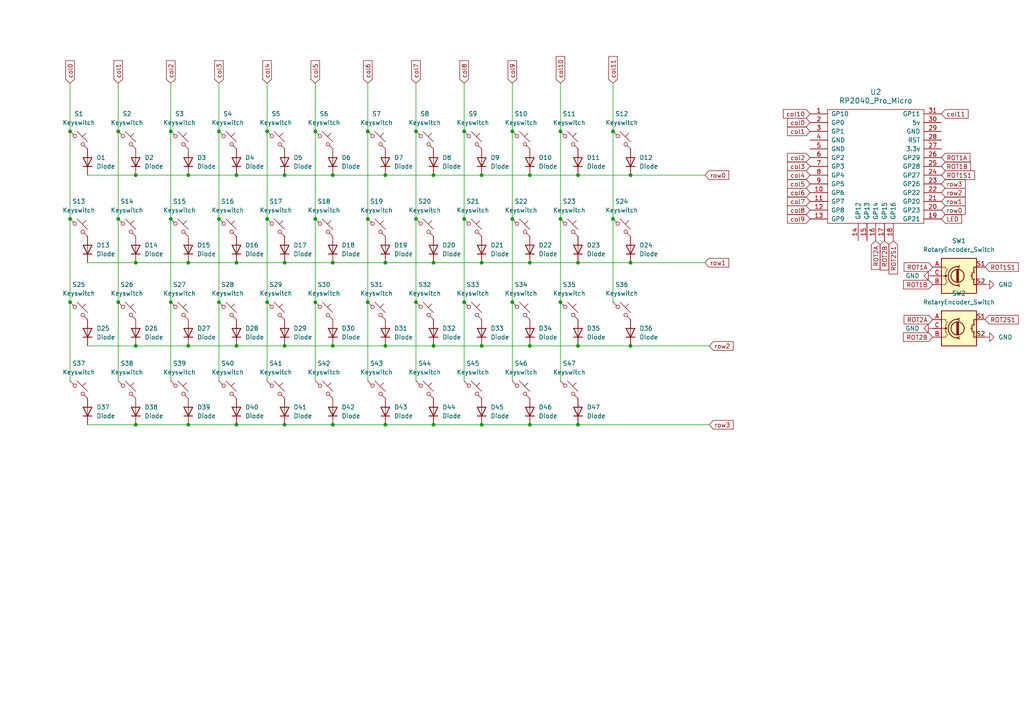
<source format=kicad_sch>
(kicad_sch (version 20231120) (generator "eeschema") (generator_version "8.0")
  (paper "A4")
  (junction (at 111.76 123.19))
  (junction (at 34.29 38.1))
  (junction (at 368.3 33.02))
  (junction (at 368.3 54.61))
  (junction (at 120.65 63.5))
  (junction (at 353.06 54.61))
  (junction (at 383.54 69.85))
  (junction (at 414.02 54.61))
  (junction (at 459.74 77.47))
  (junction (at 54.61 50.8))
  (junction (at 91.44 87.63))
  (junction (at 337.82 92.71))
  (junction (at 474.98 27.94))
  (junction (at 182.88 50.8))
  (junction (at 139.7 100.33))
  (junction (at 177.8 63.5))
  (junction (at 68.58 50.8))
  (junction (at 125.73 123.19))
  (junction (at 68.58 100.33))
  (junction (at 429.26 54.61))
  (junction (at 398.78 77.47))
  (junction (at 39.37 123.19))
  (junction (at 353.06 33.02))
  (junction (at 167.64 100.33))
  (junction (at 398.78 92.71))
  (junction (at 77.47 63.5))
  (junction (at 474.98 77.47))
  (junction (at 383.54 33.02))
  (junction (at 368.3 77.47))
  (junction (at 153.67 50.8))
  (junction (at 312.42 69.85))
  (junction (at 533.4 77.47))
  (junction (at 490.22 77.47))
  (junction (at 398.78 27.94))
  (junction (at 82.55 76.2))
  (junction (at 49.53 38.1))
  (junction (at 398.78 33.02))
  (junction (at 49.53 63.5))
  (junction (at 63.5 87.63))
  (junction (at 383.54 48.26))
  (junction (at 167.64 76.2))
  (junction (at 459.74 69.85))
  (junction (at 505.46 12.7))
  (junction (at 353.06 69.85))
  (junction (at 414.02 48.26))
  (junction (at 68.58 76.2))
  (junction (at 153.67 100.33))
  (junction (at 353.06 48.26))
  (junction (at 34.29 87.63))
  (junction (at 153.67 123.19))
  (junction (at 125.73 50.8))
  (junction (at 77.47 38.1))
  (junction (at 111.76 100.33))
  (junction (at 398.78 54.61))
  (junction (at 474.98 92.71))
  (junction (at 63.5 63.5))
  (junction (at 490.22 69.85))
  (junction (at 474.98 33.02))
  (junction (at 353.06 12.7))
  (junction (at 429.26 33.02))
  (junction (at 444.5 77.47))
  (junction (at 474.98 69.85))
  (junction (at 505.46 33.02))
  (junction (at 459.74 33.02))
  (junction (at 429.26 12.7))
  (junction (at 368.3 69.85))
  (junction (at 414.02 92.71))
  (junction (at 490.22 48.26))
  (junction (at 139.7 76.2))
  (junction (at 414.02 33.02))
  (junction (at 490.22 33.02))
  (junction (at 106.68 63.5))
  (junction (at 490.22 54.61))
  (junction (at 167.64 50.8))
  (junction (at 398.78 12.7))
  (junction (at 444.5 92.71))
  (junction (at 459.74 54.61))
  (junction (at 459.74 92.71))
  (junction (at 429.26 48.26))
  (junction (at 162.56 63.5))
  (junction (at 474.98 54.61))
  (junction (at 429.26 69.85))
  (junction (at 91.44 63.5))
  (junction (at 490.22 12.7))
  (junction (at 139.7 123.19))
  (junction (at 82.55 123.19))
  (junction (at 353.06 77.47))
  (junction (at 153.67 76.2))
  (junction (at 429.26 92.71))
  (junction (at 148.59 38.1))
  (junction (at 474.98 48.26))
  (junction (at 368.3 27.94))
  (junction (at 383.54 27.94))
  (junction (at 34.29 63.5))
  (junction (at 383.54 54.61))
  (junction (at 459.74 27.94))
  (junction (at 383.54 77.47))
  (junction (at 459.74 12.7))
  (junction (at 96.52 50.8))
  (junction (at 54.61 123.19))
  (junction (at 368.3 92.71))
  (junction (at 82.55 50.8))
  (junction (at 54.61 100.33))
  (junction (at 459.74 48.26))
  (junction (at 182.88 100.33))
  (junction (at 368.3 12.7))
  (junction (at 134.62 38.1))
  (junction (at 444.5 33.02))
  (junction (at 106.68 38.1))
  (junction (at 490.22 27.94))
  (junction (at 20.32 63.5))
  (junction (at 383.54 92.71))
  (junction (at 337.82 69.85))
  (junction (at 444.5 27.94))
  (junction (at 429.26 77.47))
  (junction (at 125.73 100.33))
  (junction (at 353.06 27.94))
  (junction (at 120.65 38.1))
  (junction (at 20.32 87.63))
  (junction (at 82.55 100.33))
  (junction (at 162.56 38.1))
  (junction (at 383.54 12.7))
  (junction (at 96.52 123.19))
  (junction (at 39.37 76.2))
  (junction (at 444.5 48.26))
  (junction (at 368.3 48.26))
  (junction (at 148.59 87.63))
  (junction (at 353.06 92.71))
  (junction (at 96.52 100.33))
  (junction (at 139.7 50.8))
  (junction (at 398.78 48.26))
  (junction (at 182.88 76.2))
  (junction (at 68.58 123.19))
  (junction (at 312.42 27.94))
  (junction (at 39.37 100.33))
  (junction (at 414.02 77.47))
  (junction (at 63.5 38.1))
  (junction (at 429.26 27.94))
  (junction (at 167.64 123.19))
  (junction (at 337.82 27.94))
  (junction (at 39.37 50.8))
  (junction (at 106.68 87.63))
  (junction (at 111.76 76.2))
  (junction (at 49.53 87.63))
  (junction (at 474.98 12.7))
  (junction (at 91.44 38.1))
  (junction (at 505.46 54.61))
  (junction (at 111.76 50.8))
  (junction (at 148.59 63.5))
  (junction (at 444.5 54.61))
  (junction (at 177.8 38.1))
  (junction (at 20.32 38.1))
  (junction (at 312.42 48.26))
  (junction (at 444.5 69.85))
  (junction (at 444.5 12.7))
  (junction (at 398.78 69.85))
  (junction (at 96.52 76.2))
  (junction (at 54.61 76.2))
  (junction (at 134.62 63.5))
  (junction (at 337.82 48.26))
  (junction (at 125.73 76.2))
  (junction (at 414.02 69.85))
  (junction (at 77.47 87.63))
  (junction (at 414.02 12.7))
  (junction (at 414.02 27.94))
  (junction (at 134.62 87.63))
  (junction (at 533.4 33.02))
  (junction (at 120.65 87.63))
  (junction (at 162.56 87.63))
  (junction (at 533.4 54.61))
  (wire (pts (xy 91.44 38.1) (xy 91.44 63.5)))
  (wire (pts (xy 490.22 77.47) (xy 474.98 77.47)))
  (wire (pts (xy 49.53 38.1) (xy 49.53 63.5)))
  (wire (pts (xy 162.56 38.1) (xy 162.56 63.5)))
  (wire (pts (xy 162.56 63.5) (xy 162.56 87.63)))
  (wire (pts (xy 398.78 33.02) (xy 414.02 33.02)))
  (wire (pts (xy 459.74 69.85) (xy 474.98 69.85)))
  (wire (pts (xy 68.58 123.19) (xy 82.55 123.19)))
  (wire (pts (xy 134.62 38.1) (xy 134.62 63.5)))
  (wire (pts (xy 474.98 92.71) (xy 459.74 92.71)))
  (wire (pts (xy 312.42 27.94) (xy 337.82 27.94)))
  (wire (pts (xy 63.5 63.5) (xy 63.5 87.63)))
  (wire (pts (xy 459.74 27.94) (xy 474.98 27.94)))
  (wire (pts (xy 444.5 33.02) (xy 459.74 33.02)))
  (wire (pts (xy 353.06 92.71) (xy 337.82 92.71)))
  (wire (pts (xy 39.37 100.33) (xy 54.61 100.33)))
  (wire (pts (xy 444.5 92.71) (xy 429.26 92.71)))
  (wire (pts (xy 153.67 50.8) (xy 167.64 50.8)))
  (wire (pts (xy 134.62 63.5) (xy 134.62 87.63)))
  (wire (pts (xy 77.47 63.5) (xy 77.47 87.63)))
  (wire (pts (xy 20.32 87.63) (xy 20.32 110.49)))
  (wire (pts (xy 513.08 62.23) (xy 513.08 73.66)))
  (wire (pts (xy 120.65 87.63) (xy 120.65 110.49)))
  (wire (pts (xy 125.73 50.8) (xy 139.7 50.8)))
  (wire (pts (xy 490.22 33.02) (xy 505.46 33.02)))
  (wire (pts (xy 490.22 92.71) (xy 474.98 92.71)))
  (wire (pts (xy 49.53 24.13) (xy 49.53 38.1)))
  (wire (pts (xy 459.74 33.02) (xy 474.98 33.02)))
  (wire (pts (xy 414.02 48.26) (xy 429.26 48.26)))
  (wire (pts (xy 490.22 69.85) (xy 505.46 69.85)))
  (wire (pts (xy 134.62 87.63) (xy 134.62 110.49)))
  (wire (pts (xy 490.22 54.61) (xy 505.46 54.61)))
  (wire (pts (xy 63.5 87.63) (xy 63.5 110.49)))
  (wire (pts (xy 330.2 30.48) (xy 330.2 40.64)))
  (wire (pts (xy 312.42 48.26) (xy 337.82 48.26)))
  (wire (pts (xy 330.2 73.66) (xy 330.2 85.09)))
  (wire (pts (xy 34.29 87.63) (xy 34.29 110.49)))
  (wire (pts (xy 68.58 100.33) (xy 82.55 100.33)))
  (wire (pts (xy 125.73 100.33) (xy 139.7 100.33)))
  (wire (pts (xy 414.02 33.02) (xy 429.26 33.02)))
  (wire (pts (xy 429.26 77.47) (xy 414.02 77.47)))
  (wire (pts (xy 429.26 27.94) (xy 444.5 27.94)))
  (wire (pts (xy 429.26 48.26) (xy 444.5 48.26)))
  (wire (pts (xy 444.5 77.47) (xy 429.26 77.47)))
  (wire (pts (xy 383.54 69.85) (xy 398.78 69.85)))
  (wire (pts (xy 167.64 100.33) (xy 182.88 100.33)))
  (wire (pts (xy 474.98 33.02) (xy 490.22 33.02)))
  (wire (pts (xy 96.52 123.19) (xy 111.76 123.19)))
  (wire (pts (xy 513.08 40.64) (xy 513.08 50.8)))
  (wire (pts (xy 312.42 69.85) (xy 337.82 69.85)))
  (wire (pts (xy 533.4 77.47) (xy 490.22 77.47)))
  (wire (pts (xy 20.32 38.1) (xy 20.32 63.5)))
  (wire (pts (xy 368.3 48.26) (xy 383.54 48.26)))
  (wire (pts (xy 96.52 76.2) (xy 111.76 76.2)))
  (wire (pts (xy 414.02 92.71) (xy 398.78 92.71)))
  (wire (pts (xy 383.54 12.7) (xy 398.78 12.7)))
  (wire (pts (xy 429.26 69.85) (xy 444.5 69.85)))
  (wire (pts (xy 182.88 76.2) (xy 204.47 76.2)))
  (wire (pts (xy 337.82 27.94) (xy 353.06 27.94)))
  (wire (pts (xy 474.98 77.47) (xy 459.74 77.47)))
  (wire (pts (xy 20.32 63.5) (xy 20.32 87.63)))
  (wire (pts (xy 39.37 76.2) (xy 54.61 76.2)))
  (wire (pts (xy 148.59 24.13) (xy 148.59 38.1)))
  (wire (pts (xy 312.42 69.85) (xy 312.42 48.26)))
  (wire (pts (xy 25.4 123.19) (xy 39.37 123.19)))
  (wire (pts (xy 82.55 100.33) (xy 96.52 100.33)))
  (wire (pts (xy 120.65 24.13) (xy 120.65 38.1)))
  (wire (pts (xy 139.7 50.8) (xy 153.67 50.8)))
  (wire (pts (xy 398.78 48.26) (xy 414.02 48.26)))
  (wire (pts (xy 429.26 54.61) (xy 444.5 54.61)))
  (wire (pts (xy 368.3 12.7) (xy 383.54 12.7)))
  (wire (pts (xy 111.76 76.2) (xy 125.73 76.2)))
  (wire (pts (xy 106.68 38.1) (xy 106.68 63.5)))
  (wire (pts (xy 120.65 38.1) (xy 120.65 63.5)))
  (wire (pts (xy 429.26 92.71) (xy 414.02 92.71)))
  (wire (pts (xy 490.22 12.7) (xy 505.46 12.7)))
  (wire (pts (xy 177.8 24.13) (xy 177.8 38.1)))
  (wire (pts (xy 162.56 87.63) (xy 162.56 110.49)))
  (wire (pts (xy 459.74 92.71) (xy 444.5 92.71)))
  (wire (pts (xy 148.59 87.63) (xy 148.59 110.49)))
  (wire (pts (xy 177.8 63.5) (xy 177.8 87.63)))
  (wire (pts (xy 337.82 48.26) (xy 353.06 48.26)))
  (wire (pts (xy 77.47 38.1) (xy 77.47 63.5)))
  (wire (pts (xy 398.78 92.71) (xy 383.54 92.71)))
  (wire (pts (xy 353.06 48.26) (xy 368.3 48.26)))
  (wire (pts (xy 153.67 123.19) (xy 167.64 123.19)))
  (wire (pts (xy 25.4 100.33) (xy 39.37 100.33)))
  (wire (pts (xy 444.5 12.7) (xy 459.74 12.7)))
  (wire (pts (xy 312.42 92.71) (xy 312.42 69.85)))
  (wire (pts (xy 429.26 12.7) (xy 444.5 12.7)))
  (wire (pts (xy 337.82 33.02) (xy 353.06 33.02)))
  (wire (pts (xy 125.73 76.2) (xy 139.7 76.2)))
  (wire (pts (xy 111.76 50.8) (xy 125.73 50.8)))
  (wire (pts (xy 134.62 24.13) (xy 134.62 38.1)))
  (wire (pts (xy 533.4 33.02) (xy 533.4 54.61)))
  (wire (pts (xy 25.4 50.8) (xy 39.37 50.8)))
  (wire (pts (xy 353.06 54.61) (xy 368.3 54.61)))
  (wire (pts (xy 167.64 50.8) (xy 182.88 50.8)))
  (wire (pts (xy 312.42 48.26) (xy 312.42 27.94)))
  (wire (pts (xy 148.59 63.5) (xy 148.59 87.63)))
  (wire (pts (xy 368.3 33.02) (xy 383.54 33.02)))
  (wire (pts (xy 505.46 54.61) (xy 533.4 54.61)))
  (wire (pts (xy 125.73 123.19) (xy 139.7 123.19)))
  (wire (pts (xy 353.06 27.94) (xy 368.3 27.94)))
  (wire (pts (xy 91.44 24.13) (xy 91.44 38.1)))
  (wire (pts (xy 139.7 100.33) (xy 153.67 100.33)))
  (wire (pts (xy 459.74 54.61) (xy 474.98 54.61)))
  (wire (pts (xy 474.98 48.26) (xy 490.22 48.26)))
  (wire (pts (xy 414.02 54.61) (xy 429.26 54.61)))
  (wire (pts (xy 490.22 48.26) (xy 505.46 48.26)))
  (wire (pts (xy 167.64 123.19) (xy 205.74 123.19)))
  (wire (pts (xy 177.8 38.1) (xy 177.8 63.5)))
  (wire (pts (xy 337.82 69.85) (xy 353.06 69.85)))
  (wire (pts (xy 20.32 24.13) (xy 20.32 38.1)))
  (wire (pts (xy 533.4 12.7) (xy 533.4 33.02)))
  (wire (pts (xy 513.08 73.66) (xy 330.2 73.66)))
  (wire (pts (xy 25.4 76.2) (xy 39.37 76.2)))
  (wire (pts (xy 474.98 27.94) (xy 490.22 27.94)))
  (wire (pts (xy 533.4 54.61) (xy 533.4 77.47)))
  (wire (pts (xy 77.47 24.13) (xy 77.47 38.1)))
  (wire (pts (xy 368.3 77.47) (xy 353.06 77.47)))
  (wire (pts (xy 459.74 12.7) (xy 474.98 12.7)))
  (wire (pts (xy 444.5 27.94) (xy 459.74 27.94)))
  (wire (pts (xy 533.4 77.47) (xy 533.4 109.22)))
  (wire (pts (xy 63.5 38.1) (xy 63.5 63.5)))
  (wire (pts (xy 414.02 69.85) (xy 429.26 69.85)))
  (wire (pts (xy 459.74 48.26) (xy 474.98 48.26)))
  (wire (pts (xy 148.59 38.1) (xy 148.59 63.5)))
  (wire (pts (xy 139.7 123.19) (xy 153.67 123.19)))
  (wire (pts (xy 414.02 77.47) (xy 398.78 77.47)))
  (wire (pts (xy 96.52 50.8) (xy 111.76 50.8)))
  (wire (pts (xy 513.08 20.32) (xy 513.08 30.48)))
  (wire (pts (xy 414.02 27.94) (xy 429.26 27.94)))
  (wire (pts (xy 459.74 77.47) (xy 444.5 77.47)))
  (wire (pts (xy 505.46 12.7) (xy 533.4 12.7)))
  (wire (pts (xy 353.06 33.02) (xy 368.3 33.02)))
  (wire (pts (xy 54.61 50.8) (xy 68.58 50.8)))
  (wire (pts (xy 330.2 50.8) (xy 330.2 62.23)))
  (wire (pts (xy 34.29 38.1) (xy 34.29 63.5)))
  (wire (pts (xy 120.65 63.5) (xy 120.65 87.63)))
  (wire (pts (xy 398.78 77.47) (xy 383.54 77.47)))
  (wire (pts (xy 368.3 92.71) (xy 353.06 92.71)))
  (wire (pts (xy 368.3 69.85) (xy 383.54 69.85)))
  (wire (pts (xy 398.78 12.7) (xy 414.02 12.7)))
  (wire (pts (xy 111.76 123.19) (xy 125.73 123.19)))
  (wire (pts (xy 353.06 12.7) (xy 368.3 12.7)))
  (wire (pts (xy 337.82 92.71) (xy 312.42 92.71)))
  (wire (pts (xy 383.54 77.47) (xy 368.3 77.47)))
  (wire (pts (xy 167.64 76.2) (xy 182.88 76.2)))
  (wire (pts (xy 490.22 27.94) (xy 505.46 27.94)))
  (wire (pts (xy 68.58 76.2) (xy 82.55 76.2)))
  (wire (pts (xy 49.53 87.63) (xy 49.53 110.49)))
  (wire (pts (xy 513.08 50.8) (xy 330.2 50.8)))
  (wire (pts (xy 353.06 69.85) (xy 368.3 69.85)))
  (wire (pts (xy 82.55 76.2) (xy 96.52 76.2)))
  (wire (pts (xy 383.54 54.61) (xy 398.78 54.61)))
  (wire (pts (xy 162.56 24.13) (xy 162.56 38.1)))
  (wire (pts (xy 111.76 100.33) (xy 125.73 100.33)))
  (wire (pts (xy 49.53 63.5) (xy 49.53 87.63)))
  (wire (pts (xy 398.78 27.94) (xy 414.02 27.94)))
  (wire (pts (xy 96.52 100.33) (xy 111.76 100.33)))
  (wire (pts (xy 82.55 123.19) (xy 96.52 123.19)))
  (wire (pts (xy 505.46 33.02) (xy 533.4 33.02)))
  (wire (pts (xy 368.3 27.94) (xy 383.54 27.94)))
  (wire (pts (xy 398.78 54.61) (xy 414.02 54.61)))
  (wire (pts (xy 444.5 48.26) (xy 459.74 48.26)))
  (wire (pts (xy 474.98 69.85) (xy 490.22 69.85)))
  (wire (pts (xy 182.88 100.33) (xy 205.74 100.33)))
  (wire (pts (xy 444.5 54.61) (xy 459.74 54.61)))
  (wire (pts (xy 337.82 12.7) (xy 353.06 12.7)))
  (wire (pts (xy 54.61 100.33) (xy 68.58 100.33)))
  (wire (pts (xy 414.02 12.7) (xy 429.26 12.7)))
  (wire (pts (xy 34.29 24.13) (xy 34.29 38.1)))
  (wire (pts (xy 34.29 63.5) (xy 34.29 87.63)))
  (wire (pts (xy 91.44 87.63) (xy 91.44 110.49)))
  (wire (pts (xy 444.5 69.85) (xy 459.74 69.85)))
  (wire (pts (xy 353.06 77.47) (xy 337.82 77.47)))
  (wire (pts (xy 68.58 50.8) (xy 82.55 50.8)))
  (wire (pts (xy 383.54 27.94) (xy 398.78 27.94)))
  (wire (pts (xy 54.61 76.2) (xy 68.58 76.2)))
  (wire (pts (xy 368.3 54.61) (xy 383.54 54.61)))
  (wire (pts (xy 139.7 76.2) (xy 153.67 76.2)))
  (wire (pts (xy 513.08 30.48) (xy 330.2 30.48)))
  (wire (pts (xy 182.88 50.8) (xy 204.47 50.8)))
  (wire (pts (xy 39.37 123.19) (xy 54.61 123.19)))
  (wire (pts (xy 474.98 12.7) (xy 490.22 12.7)))
  (wire (pts (xy 77.47 87.63) (xy 77.47 110.49)))
  (wire (pts (xy 82.55 50.8) (xy 96.52 50.8)))
  (wire (pts (xy 398.78 69.85) (xy 414.02 69.85)))
  (wire (pts (xy 337.82 54.61) (xy 353.06 54.61)))
  (wire (pts (xy 474.98 54.61) (xy 490.22 54.61)))
  (wire (pts (xy 153.67 76.2) (xy 167.64 76.2)))
  (wire (pts (xy 429.26 33.02) (xy 444.5 33.02)))
  (wire (pts (xy 54.61 123.19) (xy 68.58 123.19)))
  (wire (pts (xy 383.54 33.02) (xy 398.78 33.02)))
  (wire (pts (xy 106.68 87.63) (xy 106.68 110.49)))
  (wire (pts (xy 383.54 92.71) (xy 368.3 92.71)))
  (wire (pts (xy 153.67 100.33) (xy 167.64 100.33)))
  (wire (pts (xy 63.5 24.13) (xy 63.5 38.1)))
  (wire (pts (xy 383.54 48.26) (xy 398.78 48.26)))
  (wire (pts (xy 91.44 63.5) (xy 91.44 87.63)))
  (wire (pts (xy 106.68 63.5) (xy 106.68 87.63)))
  (wire (pts (xy 106.68 24.13) (xy 106.68 38.1)))
  (wire (pts (xy 39.37 50.8) (xy 54.61 50.8)))
  (wire (pts (xy 312.42 -1.27) (xy 312.42 27.94)))
  (global_label "col9" (shape input) (at 234.95 63.5 180) (property "Intersheetrefs" "${INTERSHEET_REFS}" (effects (hide yes))))
  (global_label "col11" (shape input) (at 273.05 33.02 0) (property "Intersheetrefs" "${INTERSHEET_REFS}" (effects (hide yes))))
  (global_label "col5" (shape input) (at 91.44 24.13 90) (property "Intersheetrefs" "${INTERSHEET_REFS}" (effects (hide yes))))
  (global_label "col6" (shape input) (at 106.68 24.13 90) (property "Intersheetrefs" "${INTERSHEET_REFS}" (effects (hide yes))))
  (global_label "col3" (shape input) (at 234.95 48.26 180) (property "Intersheetrefs" "${INTERSHEET_REFS}" (effects (hide yes))))
  (global_label "col7" (shape input) (at 234.95 58.42 180) (property "Intersheetrefs" "${INTERSHEET_REFS}" (effects (hide yes))))
  (global_label "col10" (shape input) (at 234.95 33.02 180) (property "Intersheetrefs" "${INTERSHEET_REFS}" (effects (hide yes))))
  (global_label "ROT2A" (shape input) (at 270.51 92.71 180) (property "Intersheetrefs" "${INTERSHEET_REFS}" (effects (hide yes))))
  (global_label "ROT1S1" (shape input) (at 285.75 77.47 0) (property "Intersheetrefs" "${INTERSHEET_REFS}" (effects (hide yes))))
  (global_label "col0" (shape input) (at 234.95 35.56 180) (property "Intersheetrefs" "${INTERSHEET_REFS}" (effects (hide yes))))
  (global_label "ROT1A" (shape input) (at 273.05 45.72 0) (property "Intersheetrefs" "${INTERSHEET_REFS}" (effects (hide yes))))
  (global_label "col2" (shape input) (at 49.53 24.13 90) (property "Intersheetrefs" "${INTERSHEET_REFS}" (effects (hide yes))))
  (global_label "ROT1B" (shape input) (at 270.51 82.55 180) (property "Intersheetrefs" "${INTERSHEET_REFS}" (effects (hide yes))))
  (global_label "col8" (shape input) (at 134.62 24.13 90) (property "Intersheetrefs" "${INTERSHEET_REFS}" (effects (hide yes))))
  (global_label "row1" (shape input) (at 204.47 76.2 0) (property "Intersheetrefs" "${INTERSHEET_REFS}" (effects (hide yes))))
  (global_label "ROT2B" (shape input) (at 270.51 97.79 180) (property "Intersheetrefs" "${INTERSHEET_REFS}" (effects (hide yes))))
  (global_label "col10" (shape input) (at 162.56 24.13 90) (property "Intersheetrefs" "${INTERSHEET_REFS}" (effects (hide yes))))
  (global_label "ROT1A" (shape input) (at 270.51 77.47 180) (property "Intersheetrefs" "${INTERSHEET_REFS}" (effects (hide yes))))
  (global_label "col8" (shape input) (at 234.95 60.96 180) (property "Intersheetrefs" "${INTERSHEET_REFS}" (effects (hide yes))))
  (global_label "col7" (shape input) (at 120.65 24.13 90) (property "Intersheetrefs" "${INTERSHEET_REFS}" (effects (hide yes))))
  (global_label "col0" (shape input) (at 20.32 24.13 90) (property "Intersheetrefs" "${INTERSHEET_REFS}" (effects (hide yes))))
  (global_label "ROT1B" (shape input) (at 273.05 48.26 0) (property "Intersheetrefs" "${INTERSHEET_REFS}" (effects (hide yes))))
  (global_label "col4" (shape input) (at 234.95 50.8 180) (property "Intersheetrefs" "${INTERSHEET_REFS}" (effects (hide yes))))
  (global_label "LED" (shape input) (at 273.05 63.5 0) (property "Intersheetrefs" "${INTERSHEET_REFS}" (effects (hide yes))))
  (global_label "row3" (shape input) (at 273.05 53.34 0) (property "Intersheetrefs" "${INTERSHEET_REFS}" (effects (hide yes))))
  (global_label "col5" (shape input) (at 234.95 53.34 180) (property "Intersheetrefs" "${INTERSHEET_REFS}" (effects (hide yes))))
  (global_label "ROT2A" (shape input) (at 254 69.85 270) (property "Intersheetrefs" "${INTERSHEET_REFS}" (effects (hide yes))))
  (global_label "row2" (shape input) (at 273.05 55.88 0) (property "Intersheetrefs" "${INTERSHEET_REFS}" (effects (hide yes))))
  (global_label "row1" (shape input) (at 273.05 58.42 0) (property "Intersheetrefs" "${INTERSHEET_REFS}" (effects (hide yes))))
  (global_label "col1" (shape input) (at 34.29 24.13 90) (property "Intersheetrefs" "${INTERSHEET_REFS}" (effects (hide yes))))
  (global_label "ROT1S1" (shape input) (at 273.05 50.8 0) (property "Intersheetrefs" "${INTERSHEET_REFS}" (effects (hide yes))))
  (global_label "row3" (shape input) (at 205.74 123.19 0) (property "Intersheetrefs" "${INTERSHEET_REFS}" (effects (hide yes))))
  (global_label "col4" (shape input) (at 77.47 24.13 90) (property "Intersheetrefs" "${INTERSHEET_REFS}" (effects (hide yes))))
  (global_label "row2" (shape input) (at 205.74 100.33 0) (property "Intersheetrefs" "${INTERSHEET_REFS}" (effects (hide yes))))
  (global_label "col6" (shape input) (at 234.95 55.88 180) (property "Intersheetrefs" "${INTERSHEET_REFS}" (effects (hide yes))))
  (global_label "col9" (shape input) (at 148.59 24.13 90) (property "Intersheetrefs" "${INTERSHEET_REFS}" (effects (hide yes))))
  (global_label "col1" (shape input) (at 234.95 38.1 180) (property "Intersheetrefs" "${INTERSHEET_REFS}" (effects (hide yes))))
  (global_label "ROT2S1" (shape input) (at 285.75 92.71 0) (property "Intersheetrefs" "${INTERSHEET_REFS}" (effects (hide yes))))
  (global_label "col3" (shape input) (at 63.5 24.13 90) (property "Intersheetrefs" "${INTERSHEET_REFS}" (effects (hide yes))))
  (global_label "row0" (shape input) (at 204.47 50.8 0) (property "Intersheetrefs" "${INTERSHEET_REFS}" (effects (hide yes))))
  (global_label "col11" (shape input) (at 177.8 24.13 90) (property "Intersheetrefs" "${INTERSHEET_REFS}" (effects (hide yes))))
  (global_label "LED" (shape input) (at 330.2 20.32 180) (property "Intersheetrefs" "${INTERSHEET_REFS}" (effects (hide yes))))
  (global_label "ROT2B" (shape input) (at 256.54 69.85 270) (property "Intersheetrefs" "${INTERSHEET_REFS}" (effects (hide yes))))
  (global_label "col2" (shape input) (at 234.95 45.72 180) (property "Intersheetrefs" "${INTERSHEET_REFS}" (effects (hide yes))))
  (global_label "ROT2S1" (shape input) (at 259.08 69.85 270) (property "Intersheetrefs" "${INTERSHEET_REFS}" (effects (hide yes))))
  (global_label "row0" (shape input) (at 273.05 60.96 0) (property "Intersheetrefs" "${INTERSHEET_REFS}" (effects (hide yes))))
  (symbol (lib_id "ScottoKeebs:LED_SK6812MINI") (at 398.78 62.23 0) (unit 1)
    (property "Reference" "D76" (at 412.75 53.3714 0))
    (property "Value" "LED_SK6812MINI" (at 412.75 55.9114 0))
    (property "Footprint" "ScottoKeebs_Components:LED_SK6812MINI" (effects (hide yes)))
    (property "Datasheet" "https://cdn-shop.adafruit.com/product-files/2686/SK6812MINI_REV.01-1-2.pdf" (effects (hide yes)))
    (property "Description" "RGB LED with integrated controller" (effects (hide yes)))
    (property "LCSC" "C5149201" (at 412.75 58.4514 0))
  )
  (symbol (lib_id "ScottoKeebs:Placeholder_Diode") (at 54.61 72.39 90) (unit 1)
    (property "Reference" "D15" (at 57.15 71.1199 90) (effects (justify right)))
    (property "Value" "Diode" (at 57.15 73.6599 90) (effects (justify right)))
    (property "Footprint" "Diode_SMD:D_SOD-123" (effects (hide yes)))
    (property "Description" "1N4148 (DO-35) or 1N4148W (SOD-123)" (effects (hide yes)))
    (property "Sim.Device" "D" (effects (hide yes)))
    (property "Sim.Pins" "1=K 2=A" (effects (hide yes)))
  )
  (symbol (lib_id "power:GND") (at 270.51 80.01 270) (unit 1)
    (property "Reference" "#PWR5" (effects (hide yes)))
    (property "Value" "GND" (at 266.7 80.0099 90) (effects (justify right)))
    (property "Description" "Power symbol creates a global label with name \"GND\" , ground" (effects (hide yes)))
  )
  (symbol (lib_id "ScottoKeebs:Placeholder_Keyswitch") (at 151.13 66.04 0) (unit 1)
    (property "Reference" "S22" (at 151.13 58.42 0))
    (property "Value" "Keyswitch" (at 151.13 60.96 0))
    (property "Footprint" "KS33:SW_Gateron_LowProfile_HotSwap_PTH" (effects (hide yes)))
    (property "Description" "Push button switch, normally open, two pins, 45° tilted" (effects (hide yes)))
  )
  (symbol (lib_id "ScottoKeebs:LED_SK6812MINI") (at 444.5 40.64 0) (unit 1)
    (property "Reference" "D67" (at 458.47 31.7814 0))
    (property "Value" "LED_SK6812MINI" (at 458.47 34.3214 0))
    (property "Footprint" "ScottoKeebs_Components:LED_SK6812MINI" (effects (hide yes)))
    (property "Datasheet" "https://cdn-shop.adafruit.com/product-files/2686/SK6812MINI_REV.01-1-2.pdf" (effects (hide yes)))
    (property "Description" "RGB LED with integrated controller" (effects (hide yes)))
    (property "LCSC" "C5149201" (at 458.47 36.8614 0))
  )
  (symbol (lib_id "ScottoKeebs:Placeholder_Keyswitch") (at 109.22 113.03 0) (unit 1)
    (property "Reference" "S43" (at 109.22 105.41 0))
    (property "Value" "Keyswitch" (at 109.22 107.95 0))
    (property "Footprint" "KS33:SW_Gateron_LowProfile_HotSwap_PTH" (effects (hide yes)))
    (property "Description" "Push button switch, normally open, two pins, 45° tilted" (effects (hide yes)))
  )
  (symbol (lib_id "power:GND") (at 285.75 97.79 90) (unit 1)
    (property "Reference" "#PWR3" (effects (hide yes)))
    (property "Value" "GND" (at 289.56 97.7899 90) (effects (justify right)))
    (property "Description" "Power symbol creates a global label with name \"GND\" , ground" (effects (hide yes)))
  )
  (symbol (lib_id "ScottoKeebs:Placeholder_Keyswitch") (at 165.1 113.03 0) (unit 1)
    (property "Reference" "S47" (at 165.1 105.41 0))
    (property "Value" "Keyswitch" (at 165.1 107.95 0))
    (property "Footprint" "KS33:SW_Gateron_LowProfile_HotSwap_PTH" (effects (hide yes)))
    (property "Description" "Push button switch, normally open, two pins, 45° tilted" (effects (hide yes)))
  )
  (symbol (lib_id "ScottoKeebs:LED_SK6812MINI") (at 398.78 20.32 0) (unit 1)
    (property "Reference" "D52" (at 412.75 11.4614 0))
    (property "Value" "LED_SK6812MINI" (at 412.75 14.0014 0))
    (property "Footprint" "ScottoKeebs_Components:LED_SK6812MINI" (effects (hide yes)))
    (property "Datasheet" "https://cdn-shop.adafruit.com/product-files/2686/SK6812MINI_REV.01-1-2.pdf" (effects (hide yes)))
    (property "Description" "RGB LED with integrated controller" (effects (hide yes)))
    (property "LCSC" "C5149201" (at 412.75 16.5414 0))
  )
  (symbol (lib_id "ScottoKeebs:LED_SK6812MINI") (at 490.22 40.64 0) (unit 1)
    (property "Reference" "D70" (at 504.19 31.7814 0))
    (property "Value" "LED_SK6812MINI" (at 504.19 34.3214 0))
    (property "Footprint" "ScottoKeebs_Components:LED_SK6812MINI" (effects (hide yes)))
    (property "Datasheet" "https://cdn-shop.adafruit.com/product-files/2686/SK6812MINI_REV.01-1-2.pdf" (effects (hide yes)))
    (property "Description" "RGB LED with integrated controller" (effects (hide yes)))
    (property "LCSC" "C5149201" (at 504.19 36.8614 0))
  )
  (symbol (lib_id "ScottoKeebs:Placeholder_Keyswitch") (at 66.04 40.64 0) (unit 1)
    (property "Reference" "S4" (at 66.04 33.02 0))
    (property "Value" "Keyswitch" (at 66.04 35.56 0))
    (property "Footprint" "KS33:SW_Gateron_LowProfile_HotSwap_PTH" (effects (hide yes)))
    (property "Description" "Push button switch, normally open, two pins, 45° tilted" (effects (hide yes)))
  )
  (symbol (lib_id "ScottoKeebs:Placeholder_Keyswitch") (at 93.98 40.64 0) (unit 1)
    (property "Reference" "S6" (at 93.98 33.02 0))
    (property "Value" "Keyswitch" (at 93.98 35.56 0))
    (property "Footprint" "KS33:SW_Gateron_LowProfile_HotSwap_PTH" (effects (hide yes)))
    (property "Description" "Push button switch, normally open, two pins, 45° tilted" (effects (hide yes)))
  )
  (symbol (lib_id "ScottoKeebs:Placeholder_Diode") (at 139.7 119.38 90) (unit 1)
    (property "Reference" "D45" (at 142.24 118.1099 90) (effects (justify right)))
    (property "Value" "Diode" (at 142.24 120.6499 90) (effects (justify right)))
    (property "Footprint" "Diode_SMD:D_SOD-123" (effects (hide yes)))
    (property "Description" "1N4148 (DO-35) or 1N4148W (SOD-123)" (effects (hide yes)))
    (property "Sim.Device" "D" (effects (hide yes)))
    (property "Sim.Pins" "1=K 2=A" (effects (hide yes)))
  )
  (symbol (lib_id "ScottoKeebs:Placeholder_Keyswitch") (at 123.19 40.64 0) (unit 1)
    (property "Reference" "S8" (at 123.19 33.02 0))
    (property "Value" "Keyswitch" (at 123.19 35.56 0))
    (property "Footprint" "KS33:SW_Gateron_LowProfile_HotSwap_PTH" (effects (hide yes)))
    (property "Description" "Push button switch, normally open, two pins, 45° tilted" (effects (hide yes)))
  )
  (symbol (lib_id "ScottoKeebs:Placeholder_Diode") (at 111.76 96.52 90) (unit 1)
    (property "Reference" "D31" (at 114.3 95.2499 90) (effects (justify right)))
    (property "Value" "Diode" (at 114.3 97.7899 90) (effects (justify right)))
    (property "Footprint" "Diode_SMD:D_SOD-123" (effects (hide yes)))
    (property "Description" "1N4148 (DO-35) or 1N4148W (SOD-123)" (effects (hide yes)))
    (property "Sim.Device" "D" (effects (hide yes)))
    (property "Sim.Pins" "1=K 2=A" (effects (hide yes)))
  )
  (symbol (lib_id "ScottoKeebs:LED_SK6812MINI") (at 490.22 62.23 0) (unit 1)
    (property "Reference" "D82" (at 504.19 53.3714 0))
    (property "Value" "LED_SK6812MINI" (at 504.19 55.9114 0))
    (property "Footprint" "ScottoKeebs_Components:LED_SK6812MINI" (effects (hide yes)))
    (property "Datasheet" "https://cdn-shop.adafruit.com/product-files/2686/SK6812MINI_REV.01-1-2.pdf" (effects (hide yes)))
    (property "Description" "RGB LED with integrated controller" (effects (hide yes)))
    (property "LCSC" "C5149201" (at 504.19 58.4514 0))
  )
  (symbol (lib_id "Device:RotaryEncoder_Switch") (at 278.13 80.01 0) (unit 1)
    (property "Reference" "SW1" (at 278.13 69.85 0))
    (property "Value" "RotaryEncoder_Switch" (at 278.13 72.39 0))
    (property "Footprint" "Rotary_Encoder:RotaryEncoder_Alps_EC11E-Switch_Vertical_H20mm_CircularMountingHoles" (effects (hide yes)))
    (property "Description" "Rotary encoder, dual channel, incremental quadrate outputs, with switch" (effects (hide yes)))
  )
  (symbol (lib_id "power:+5V") (at 533.4 109.22 180) (unit 1)
    (property "Reference" "#PWR2" (effects (hide yes)))
    (property "Value" "+5V" (at 533.4 114.3 0))
    (property "Description" "Power symbol creates a global label with name \"+5V\"" (effects (hide yes)))
  )
  (symbol (lib_id "ScottoKeebs:LED_SK6812MINI") (at 505.46 62.23 0) (unit 1)
    (property "Reference" "D83" (at 519.43 53.3714 0))
    (property "Value" "LED_SK6812MINI" (at 519.43 55.9114 0))
    (property "Footprint" "ScottoKeebs_Components:LED_SK6812MINI" (effects (hide yes)))
    (property "Datasheet" "https://cdn-shop.adafruit.com/product-files/2686/SK6812MINI_REV.01-1-2.pdf" (effects (hide yes)))
    (property "Description" "RGB LED with integrated controller" (effects (hide yes)))
    (property "LCSC" "C5149201" (at 519.43 58.4514 0))
  )
  (symbol (lib_id "ScottoKeebs:Placeholder_Diode") (at 111.76 119.38 90) (unit 1)
    (property "Reference" "D43" (at 114.3 118.1099 90) (effects (justify right)))
    (property "Value" "Diode" (at 114.3 120.6499 90) (effects (justify right)))
    (property "Footprint" "Diode_SMD:D_SOD-123" (effects (hide yes)))
    (property "Description" "1N4148 (DO-35) or 1N4148W (SOD-123)" (effects (hide yes)))
    (property "Sim.Device" "D" (effects (hide yes)))
    (property "Sim.Pins" "1=K 2=A" (effects (hide yes)))
  )
  (symbol (lib_id "ScottoKeebs:Placeholder_Keyswitch") (at 22.86 90.17 0) (unit 1)
    (property "Reference" "S25" (at 22.86 82.55 0))
    (property "Value" "Keyswitch" (at 22.86 85.09 0))
    (property "Footprint" "KS33:SW_Gateron_LowProfile_HotSwap_PTH" (effects (hide yes)))
    (property "Description" "Push button switch, normally open, two pins, 45° tilted" (effects (hide yes)))
  )
  (symbol (lib_id "ScottoKeebs:Placeholder_Keyswitch") (at 80.01 113.03 0) (unit 1)
    (property "Reference" "S41" (at 80.01 105.41 0))
    (property "Value" "Keyswitch" (at 80.01 107.95 0))
    (property "Footprint" "KS33:SW_Gateron_LowProfile_HotSwap_PTH" (effects (hide yes)))
    (property "Description" "Push button switch, normally open, two pins, 45° tilted" (effects (hide yes)))
  )
  (symbol (lib_id "ScottoKeebs:Placeholder_Keyswitch") (at 137.16 113.03 0) (unit 1)
    (property "Reference" "S45" (at 137.16 105.41 0))
    (property "Value" "Keyswitch" (at 137.16 107.95 0))
    (property "Footprint" "KS33:SW_Gateron_LowProfile_HotSwap_PTH" (effects (hide yes)))
    (property "Description" "Push button switch, normally open, two pins, 45° tilted" (effects (hide yes)))
  )
  (symbol (lib_id "ScottoKeebs:Placeholder_Keyswitch") (at 93.98 66.04 0) (unit 1)
    (property "Reference" "S18" (at 93.98 58.42 0))
    (property "Value" "Keyswitch" (at 93.98 60.96 0))
    (property "Footprint" "KS33:SW_Gateron_LowProfile_HotSwap_PTH" (effects (hide yes)))
    (property "Description" "Push button switch, normally open, two pins, 45° tilted" (effects (hide yes)))
  )
  (symbol (lib_id "ScottoKeebs:LED_SK6812MINI") (at 459.74 40.64 0) (unit 1)
    (property "Reference" "D68" (at 473.71 31.7814 0))
    (property "Value" "LED_SK6812MINI" (at 473.71 34.3214 0))
    (property "Footprint" "ScottoKeebs_Components:LED_SK6812MINI" (effects (hide yes)))
    (property "Datasheet" "https://cdn-shop.adafruit.com/product-files/2686/SK6812MINI_REV.01-1-2.pdf" (effects (hide yes)))
    (property "Description" "RGB LED with integrated controller" (effects (hide yes)))
    (property "LCSC" "C5149201" (at 473.71 36.8614 0))
  )
  (symbol (lib_id "ScottoKeebs:Placeholder_Keyswitch") (at 123.19 113.03 0) (unit 1)
    (property "Reference" "S44" (at 123.19 105.41 0))
    (property "Value" "Keyswitch" (at 123.19 107.95 0))
    (property "Footprint" "KS33:SW_Gateron_LowProfile_HotSwap_PTH" (effects (hide yes)))
    (property "Description" "Push button switch, normally open, two pins, 45° tilted" (effects (hide yes)))
  )
  (symbol (lib_id "ScottoKeebs:Placeholder_Diode") (at 153.67 119.38 90) (unit 1)
    (property "Reference" "D46" (at 156.21 118.1099 90) (effects (justify right)))
    (property "Value" "Diode" (at 156.21 120.6499 90) (effects (justify right)))
    (property "Footprint" "Diode_SMD:D_SOD-123" (effects (hide yes)))
    (property "Description" "1N4148 (DO-35) or 1N4148W (SOD-123)" (effects (hide yes)))
    (property "Sim.Device" "D" (effects (hide yes)))
    (property "Sim.Pins" "1=K 2=A" (effects (hide yes)))
  )
  (symbol (lib_id "ScottoKeebs:LED_SK6812MINI") (at 444.5 85.09 0) (unit 1)
    (property "Reference" "D91" (at 458.47 76.2314 0))
    (property "Value" "LED_SK6812MINI" (at 458.47 78.7714 0))
    (property "Footprint" "ScottoKeebs_Components:LED_SK6812MINI" (effects (hide yes)))
    (property "Datasheet" "https://cdn-shop.adafruit.com/product-files/2686/SK6812MINI_REV.01-1-2.pdf" (effects (hide yes)))
    (property "Description" "RGB LED with integrated controller" (effects (hide yes)))
    (property "LCSC" "C5149201" (at 458.47 81.3114 0))
  )
  (symbol (lib_id "ScottoKeebs:LED_SK6812MINI") (at 474.98 20.32 0) (unit 1)
    (property "Reference" "D57" (at 488.95 11.4614 0))
    (property "Value" "LED_SK6812MINI" (at 488.95 14.0014 0))
    (property "Footprint" "ScottoKeebs_Components:LED_SK6812MINI" (effects (hide yes)))
    (property "Datasheet" "https://cdn-shop.adafruit.com/product-files/2686/SK6812MINI_REV.01-1-2.pdf" (effects (hide yes)))
    (property "Description" "RGB LED with integrated controller" (effects (hide yes)))
    (property "LCSC" "C5149201" (at 488.95 16.5414 0))
  )
  (symbol (lib_id "ScottoKeebs:Placeholder_Keyswitch") (at 36.83 66.04 0) (unit 1)
    (property "Reference" "S14" (at 36.83 58.42 0))
    (property "Value" "Keyswitch" (at 36.83 60.96 0))
    (property "Footprint" "KS33:SW_Gateron_LowProfile_HotSwap_PTH" (effects (hide yes)))
    (property "Description" "Push button switch, normally open, two pins, 45° tilted" (effects (hide yes)))
  )
  (symbol (lib_id "ScottoKeebs:Placeholder_Diode") (at 25.4 96.52 90) (unit 1)
    (property "Reference" "D25" (at 27.94 95.2499 90) (effects (justify right)))
    (property "Value" "Diode" (at 27.94 97.7899 90) (effects (justify right)))
    (property "Footprint" "Diode_SMD:D_SOD-123" (effects (hide yes)))
    (property "Description" "1N4148 (DO-35) or 1N4148W (SOD-123)" (effects (hide yes)))
    (property "Sim.Device" "D" (effects (hide yes)))
    (property "Sim.Pins" "1=K 2=A" (effects (hide yes)))
  )
  (symbol (lib_id "ScottoKeebs:LED_SK6812MINI") (at 398.78 40.64 0) (unit 1)
    (property "Reference" "D64" (at 412.75 31.7814 0))
    (property "Value" "LED_SK6812MINI" (at 412.75 34.3214 0))
    (property "Footprint" "ScottoKeebs_Components:LED_SK6812MINI" (effects (hide yes)))
    (property "Datasheet" "https://cdn-shop.adafruit.com/product-files/2686/SK6812MINI_REV.01-1-2.pdf" (effects (hide yes)))
    (property "Description" "RGB LED with integrated controller" (effects (hide yes)))
    (property "LCSC" "C5149201" (at 412.75 36.8614 0))
  )
  (symbol (lib_id "ScottoKeebs:LED_SK6812MINI") (at 368.3 62.23 0) (unit 1)
    (property "Reference" "D74" (at 382.27 53.3714 0))
    (property "Value" "LED_SK6812MINI" (at 382.27 55.9114 0))
    (property "Footprint" "ScottoKeebs_Components:LED_SK6812MINI" (effects (hide yes)))
    (property "Datasheet" "https://cdn-shop.adafruit.com/product-files/2686/SK6812MINI_REV.01-1-2.pdf" (effects (hide yes)))
    (property "Description" "RGB LED with integrated controller" (effects (hide yes)))
    (property "LCSC" "C5149201" (at 382.27 58.4514 0))
  )
  (symbol (lib_id "ScottoKeebs:Placeholder_Diode") (at 153.67 46.99 90) (unit 1)
    (property "Reference" "D10" (at 156.21 45.7199 90) (effects (justify right)))
    (property "Value" "Diode" (at 156.21 48.2599 90) (effects (justify right)))
    (property "Footprint" "Diode_SMD:D_SOD-123" (effects (hide yes)))
    (property "Description" "1N4148 (DO-35) or 1N4148W (SOD-123)" (effects (hide yes)))
    (property "Sim.Device" "D" (effects (hide yes)))
    (property "Sim.Pins" "1=K 2=A" (effects (hide yes)))
  )
  (symbol (lib_id "ScottoKeebs:Placeholder_Diode") (at 96.52 96.52 90) (unit 1)
    (property "Reference" "D30" (at 99.06 95.2499 90) (effects (justify right)))
    (property "Value" "Diode" (at 99.06 97.7899 90) (effects (justify right)))
    (property "Footprint" "Diode_SMD:D_SOD-123" (effects (hide yes)))
    (property "Description" "1N4148 (DO-35) or 1N4148W (SOD-123)" (effects (hide yes)))
    (property "Sim.Device" "D" (effects (hide yes)))
    (property "Sim.Pins" "1=K 2=A" (effects (hide yes)))
  )
  (symbol (lib_id "ScottoKeebs:Placeholder_Diode") (at 111.76 72.39 90) (unit 1)
    (property "Reference" "D19" (at 114.3 71.1199 90) (effects (justify right)))
    (property "Value" "Diode" (at 114.3 73.6599 90) (effects (justify right)))
    (property "Footprint" "Diode_SMD:D_SOD-123" (effects (hide yes)))
    (property "Description" "1N4148 (DO-35) or 1N4148W (SOD-123)" (effects (hide yes)))
    (property "Sim.Device" "D" (effects (hide yes)))
    (property "Sim.Pins" "1=K 2=A" (effects (hide yes)))
  )
  (symbol (lib_id "ScottoKeebs:MCU_RP2040_Pro_Micro") (at 254 48.26 0) (unit 1)
    (property "Reference" "U2" (at 254 26.67 0) (effects (font (size 1.524 1.524))))
    (property "Value" "RP2040_Pro_Micro" (at 254 29.21 0) (effects (font (size 1.524 1.524))))
    (property "Footprint" "ScottoKeebs_MCU:RP2040_Pro_Micro" (effects (hide yes)))
  )
  (symbol (lib_id "Device:RotaryEncoder_Switch") (at 278.13 95.25 0) (unit 1)
    (property "Reference" "SW2" (at 278.13 85.09 0))
    (property "Value" "RotaryEncoder_Switch" (at 278.13 87.63 0))
    (property "Footprint" "Rotary_Encoder:RotaryEncoder_Alps_EC11E-Switch_Vertical_H20mm_CircularMountingHoles" (effects (hide yes)))
    (property "Description" "Rotary encoder, dual channel, incremental quadrate outputs, with switch" (effects (hide yes)))
  )
  (symbol (lib_id "ScottoKeebs:Placeholder_Diode") (at 139.7 46.99 90) (unit 1)
    (property "Reference" "D9" (at 142.24 45.7199 90) (effects (justify right)))
    (property "Value" "Diode" (at 142.24 48.2599 90) (effects (justify right)))
    (property "Footprint" "Diode_SMD:D_SOD-123" (effects (hide yes)))
    (property "Description" "1N4148 (DO-35) or 1N4148W (SOD-123)" (effects (hide yes)))
    (property "Sim.Device" "D" (effects (hide yes)))
    (property "Sim.Pins" "1=K 2=A" (effects (hide yes)))
  )
  (symbol (lib_id "ScottoKeebs:Placeholder_Keyswitch") (at 165.1 90.17 0) (unit 1)
    (property "Reference" "S35" (at 165.1 82.55 0))
    (property "Value" "Keyswitch" (at 165.1 85.09 0))
    (property "Footprint" "KS33:SW_Gateron_LowProfile_HotSwap_PTH" (effects (hide yes)))
    (property "Description" "Push button switch, normally open, two pins, 45° tilted" (effects (hide yes)))
  )
  (symbol (lib_id "ScottoKeebs:Placeholder_Diode") (at 82.55 96.52 90) (unit 1)
    (property "Reference" "D29" (at 85.09 95.2499 90) (effects (justify right)))
    (property "Value" "Diode" (at 85.09 97.7899 90) (effects (justify right)))
    (property "Footprint" "Diode_SMD:D_SOD-123" (effects (hide yes)))
    (property "Description" "1N4148 (DO-35) or 1N4148W (SOD-123)" (effects (hide yes)))
    (property "Sim.Device" "D" (effects (hide yes)))
    (property "Sim.Pins" "1=K 2=A" (effects (hide yes)))
  )
  (symbol (lib_id "ScottoKeebs:LED_SK6812MINI") (at 459.74 62.23 0) (unit 1)
    (property "Reference" "D80" (at 473.71 53.3714 0))
    (property "Value" "LED_SK6812MINI" (at 473.71 55.9114 0))
    (property "Footprint" "ScottoKeebs_Components:LED_SK6812MINI" (effects (hide yes)))
    (property "Datasheet" "https://cdn-shop.adafruit.com/product-files/2686/SK6812MINI_REV.01-1-2.pdf" (effects (hide yes)))
    (property "Description" "RGB LED with integrated controller" (effects (hide yes)))
    (property "LCSC" "C5149201" (at 473.71 58.4514 0))
  )
  (symbol (lib_id "ScottoKeebs:Placeholder_Diode") (at 125.73 72.39 90) (unit 1)
    (property "Reference" "D20" (at 128.27 71.1199 90) (effects (justify right)))
    (property "Value" "Diode" (at 128.27 73.6599 90) (effects (justify right)))
    (property "Footprint" "Diode_SMD:D_SOD-123" (effects (hide yes)))
    (property "Description" "1N4148 (DO-35) or 1N4148W (SOD-123)" (effects (hide yes)))
    (property "Sim.Device" "D" (effects (hide yes)))
    (property "Sim.Pins" "1=K 2=A" (effects (hide yes)))
  )
  (symbol (lib_id "ScottoKeebs:Placeholder_Keyswitch") (at 66.04 90.17 0) (unit 1)
    (property "Reference" "S28" (at 66.04 82.55 0))
    (property "Value" "Keyswitch" (at 66.04 85.09 0))
    (property "Footprint" "KS33:SW_Gateron_LowProfile_HotSwap_PTH" (effects (hide yes)))
    (property "Description" "Push button switch, normally open, two pins, 45° tilted" (effects (hide yes)))
  )
  (symbol (lib_id "ScottoKeebs:Placeholder_Diode") (at 153.67 96.52 90) (unit 1)
    (property "Reference" "D34" (at 156.21 95.2499 90) (effects (justify right)))
    (property "Value" "Diode" (at 156.21 97.7899 90) (effects (justify right)))
    (property "Footprint" "Diode_SMD:D_SOD-123" (effects (hide yes)))
    (property "Description" "1N4148 (DO-35) or 1N4148W (SOD-123)" (effects (hide yes)))
    (property "Sim.Device" "D" (effects (hide yes)))
    (property "Sim.Pins" "1=K 2=A" (effects (hide yes)))
  )
  (symbol (lib_id "ScottoKeebs:Placeholder_Diode") (at 68.58 119.38 90) (unit 1)
    (property "Reference" "D40" (at 71.12 118.1099 90) (effects (justify right)))
    (property "Value" "Diode" (at 71.12 120.6499 90) (effects (justify right)))
    (property "Footprint" "Diode_SMD:D_SOD-123" (effects (hide yes)))
    (property "Description" "1N4148 (DO-35) or 1N4148W (SOD-123)" (effects (hide yes)))
    (property "Sim.Device" "D" (effects (hide yes)))
    (property "Sim.Pins" "1=K 2=A" (effects (hide yes)))
  )
  (symbol (lib_id "ScottoKeebs:LED_SK6812MINI") (at 383.54 40.64 0) (unit 1)
    (property "Reference" "D63" (at 397.51 31.7814 0))
    (property "Value" "LED_SK6812MINI" (at 397.51 34.3214 0))
    (property "Footprint" "ScottoKeebs_Components:LED_SK6812MINI" (effects (hide yes)))
    (property "Datasheet" "https://cdn-shop.adafruit.com/product-files/2686/SK6812MINI_REV.01-1-2.pdf" (effects (hide yes)))
    (property "Description" "RGB LED with integrated controller" (effects (hide yes)))
    (property "LCSC" "C5149201" (at 397.51 36.8614 0))
  )
  (symbol (lib_id "ScottoKeebs:Placeholder_Diode") (at 96.52 119.38 90) (unit 1)
    (property "Reference" "D42" (at 99.06 118.1099 90) (effects (justify right)))
    (property "Value" "Diode" (at 99.06 120.6499 90) (effects (justify right)))
    (property "Footprint" "Diode_SMD:D_SOD-123" (effects (hide yes)))
    (property "Description" "1N4148 (DO-35) or 1N4148W (SOD-123)" (effects (hide yes)))
    (property "Sim.Device" "D" (effects (hide yes)))
    (property "Sim.Pins" "1=K 2=A" (effects (hide yes)))
  )
  (symbol (lib_id "ScottoKeebs:Placeholder_Diode") (at 68.58 96.52 90) (unit 1)
    (property "Reference" "D28" (at 71.12 95.2499 90) (effects (justify right)))
    (property "Value" "Diode" (at 71.12 97.7899 90) (effects (justify right)))
    (property "Footprint" "Diode_SMD:D_SOD-123" (effects (hide yes)))
    (property "Description" "1N4148 (DO-35) or 1N4148W (SOD-123)" (effects (hide yes)))
    (property "Sim.Device" "D" (effects (hide yes)))
    (property "Sim.Pins" "1=K 2=A" (effects (hide yes)))
  )
  (symbol (lib_id "ScottoKeebs:LED_SK6812MINI") (at 490.22 85.09 0) (unit 1)
    (property "Reference" "D94" (at 504.19 76.2314 0))
    (property "Value" "LED_SK6812MINI" (at 504.19 78.7714 0))
    (property "Footprint" "ScottoKeebs_Components:LED_SK6812MINI" (effects (hide yes)))
    (property "Datasheet" "https://cdn-shop.adafruit.com/product-files/2686/SK6812MINI_REV.01-1-2.pdf" (effects (hide yes)))
    (property "Description" "RGB LED with integrated controller" (effects (hide yes)))
    (property "LCSC" "C5149201" (at 504.19 81.3114 0))
  )
  (symbol (lib_id "ScottoKeebs:LED_SK6812MINI") (at 398.78 85.09 0) (unit 1)
    (property "Reference" "D88" (at 412.75 76.2314 0))
    (property "Value" "LED_SK6812MINI" (at 412.75 78.7714 0))
    (property "Footprint" "ScottoKeebs_Components:LED_SK6812MINI" (effects (hide yes)))
    (property "Datasheet" "https://cdn-shop.adafruit.com/product-files/2686/SK6812MINI_REV.01-1-2.pdf" (effects (hide yes)))
    (property "Description" "RGB LED with integrated controller" (effects (hide yes)))
    (property "LCSC" "C5149201" (at 412.75 81.3114 0))
  )
  (symbol (lib_id "ScottoKeebs:Placeholder_Keyswitch") (at 151.13 90.17 0) (unit 1)
    (property "Reference" "S34" (at 151.13 82.55 0))
    (property "Value" "Keyswitch" (at 151.13 85.09 0))
    (property "Footprint" "KS33:SW_Gateron_LowProfile_HotSwap_PTH" (effects (hide yes)))
    (property "Description" "Push button switch, normally open, two pins, 45° tilted" (effects (hide yes)))
  )
  (symbol (lib_id "ScottoKeebs:LED_SK6812MINI") (at 429.26 62.23 0) (unit 1)
    (property "Reference" "D78" (at 443.23 53.3714 0))
    (property "Value" "LED_SK6812MINI" (at 443.23 55.9114 0))
    (property "Footprint" "ScottoKeebs_Components:LED_SK6812MINI" (effects (hide yes)))
    (property "Datasheet" "https://cdn-shop.adafruit.com/product-files/2686/SK6812MINI_REV.01-1-2.pdf" (effects (hide yes)))
    (property "Description" "RGB LED with integrated controller" (effects (hide yes)))
    (property "LCSC" "C5149201" (at 443.23 58.4514 0))
  )
  (symbol (lib_id "ScottoKeebs:Placeholder_Diode") (at 139.7 72.39 90) (unit 1)
    (property "Reference" "D21" (at 142.24 71.1199 90) (effects (justify right)))
    (property "Value" "Diode" (at 142.24 73.6599 90) (effects (justify right)))
    (property "Footprint" "Diode_SMD:D_SOD-123" (effects (hide yes)))
    (property "Description" "1N4148 (DO-35) or 1N4148W (SOD-123)" (effects (hide yes)))
    (property "Sim.Device" "D" (effects (hide yes)))
    (property "Sim.Pins" "1=K 2=A" (effects (hide yes)))
  )
  (symbol (lib_id "power:GND") (at 270.51 95.25 270) (unit 1)
    (property "Reference" "#PWR6" (effects (hide yes)))
    (property "Value" "GND" (at 266.7 95.2499 90) (effects (justify right)))
    (property "Description" "Power symbol creates a global label with name \"GND\" , ground" (effects (hide yes)))
  )
  (symbol (lib_id "ScottoKeebs:LED_SK6812MINI") (at 490.22 20.32 0) (unit 1)
    (property "Reference" "D58" (at 504.19 11.4614 0))
    (property "Value" "LED_SK6812MINI" (at 504.19 14.0014 0))
    (property "Footprint" "ScottoKeebs_Components:LED_SK6812MINI" (effects (hide yes)))
    (property "Datasheet" "https://cdn-shop.adafruit.com/product-files/2686/SK6812MINI_REV.01-1-2.pdf" (effects (hide yes)))
    (property "Description" "RGB LED with integrated controller" (effects (hide yes)))
    (property "LCSC" "C5149201" (at 504.19 16.5414 0))
  )
  (symbol (lib_id "ScottoKeebs:LED_SK6812MINI") (at 414.02 20.32 0) (unit 1)
    (property "Reference" "D53" (at 427.99 11.4614 0))
    (property "Value" "LED_SK6812MINI" (at 427.99 14.0014 0))
    (property "Footprint" "ScottoKeebs_Components:LED_SK6812MINI" (effects (hide yes)))
    (property "Datasheet" "https://cdn-shop.adafruit.com/product-files/2686/SK6812MINI_REV.01-1-2.pdf" (effects (hide yes)))
    (property "Description" "RGB LED with integrated controller" (effects (hide yes)))
    (property "LCSC" "C5149201" (at 427.99 16.5414 0))
  )
  (symbol (lib_id "ScottoKeebs:Placeholder_Keyswitch") (at 22.86 113.03 0) (unit 1)
    (property "Reference" "S37" (at 22.86 105.41 0))
    (property "Value" "Keyswitch" (at 22.86 107.95 0))
    (property "Footprint" "KS33:SW_Gateron_LowProfile_HotSwap_PTH" (effects (hide yes)))
    (property "Description" "Push button switch, normally open, two pins, 45° tilted" (effects (hide yes)))
  )
  (symbol (lib_id "ScottoKeebs:Placeholder_Keyswitch") (at 66.04 66.04 0) (unit 1)
    (property "Reference" "S16" (at 66.04 58.42 0))
    (property "Value" "Keyswitch" (at 66.04 60.96 0))
    (property "Footprint" "KS33:SW_Gateron_LowProfile_HotSwap_PTH" (effects (hide yes)))
    (property "Description" "Push button switch, normally open, two pins, 45° tilted" (effects (hide yes)))
  )
  (symbol (lib_id "ScottoKeebs:LED_SK6812MINI") (at 337.82 20.32 0) (unit 1)
    (property "Reference" "D48" (at 351.79 11.4614 0))
    (property "Value" "LED_SK6812MINI" (at 351.79 14.0014 0))
    (property "Footprint" "ScottoKeebs_Components:LED_SK6812MINI" (effects (hide yes)))
    (property "Datasheet" "https://cdn-shop.adafruit.com/product-files/2686/SK6812MINI_REV.01-1-2.pdf" (effects (hide yes)))
    (property "Description" "RGB LED with integrated controller" (effects (hide yes)))
    (property "LCSC" "C5149201" (at 351.79 16.5414 0))
  )
  (symbol (lib_id "ScottoKeebs:Placeholder_Diode") (at 25.4 46.99 90) (unit 1)
    (property "Reference" "D1" (at 27.94 45.7199 90) (effects (justify right)))
    (property "Value" "Diode" (at 27.94 48.2599 90) (effects (justify right)))
    (property "Footprint" "Diode_SMD:D_SOD-123" (effects (hide yes)))
    (property "Description" "1N4148 (DO-35) or 1N4148W (SOD-123)" (effects (hide yes)))
    (property "Sim.Device" "D" (effects (hide yes)))
    (property "Sim.Pins" "1=K 2=A" (effects (hide yes)))
  )
  (symbol (lib_id "ScottoKeebs:Placeholder_Keyswitch") (at 123.19 66.04 0) (unit 1)
    (property "Reference" "S20" (at 123.19 58.42 0))
    (property "Value" "Keyswitch" (at 123.19 60.96 0))
    (property "Footprint" "KS33:SW_Gateron_LowProfile_HotSwap_PTH" (effects (hide yes)))
    (property "Description" "Push button switch, normally open, two pins, 45° tilted" (effects (hide yes)))
  )
  (symbol (lib_id "ScottoKeebs:Placeholder_Keyswitch") (at 36.83 40.64 0) (unit 1)
    (property "Reference" "S2" (at 36.83 33.02 0))
    (property "Value" "Keyswitch" (at 36.83 35.56 0))
    (property "Footprint" "KS33:SW_Gateron_LowProfile_HotSwap_PTH" (effects (hide yes)))
    (property "Description" "Push button switch, normally open, two pins, 45° tilted" (effects (hide yes)))
  )
  (symbol (lib_id "ScottoKeebs:LED_SK6812MINI") (at 383.54 85.09 0) (unit 1)
    (property "Reference" "D87" (at 397.51 76.2314 0))
    (property "Value" "LED_SK6812MINI" (at 397.51 78.7714 0))
    (property "Footprint" "ScottoKeebs_Components:LED_SK6812MINI" (effects (hide yes)))
    (property "Datasheet" "https://cdn-shop.adafruit.com/product-files/2686/SK6812MINI_REV.01-1-2.pdf" (effects (hide yes)))
    (property "Description" "RGB LED with integrated controller" (effects (hide yes)))
    (property "LCSC" "C5149201" (at 397.51 81.3114 0))
  )
  (symbol (lib_id "ScottoKeebs:Placeholder_Diode") (at 54.61 96.52 90) (unit 1)
    (property "Reference" "D27" (at 57.15 95.2499 90) (effects (justify right)))
    (property "Value" "Diode" (at 57.15 97.7899 90) (effects (justify right)))
    (property "Footprint" "Diode_SMD:D_SOD-123" (effects (hide yes)))
    (property "Description" "1N4148 (DO-35) or 1N4148W (SOD-123)" (effects (hide yes)))
    (property "Sim.Device" "D" (effects (hide yes)))
    (property "Sim.Pins" "1=K 2=A" (effects (hide yes)))
  )
  (symbol (lib_id "ScottoKeebs:LED_SK6812MINI") (at 414.02 62.23 0) (unit 1)
    (property "Reference" "D77" (at 427.99 53.3714 0))
    (property "Value" "LED_SK6812MINI" (at 427.99 55.9114 0))
    (property "Footprint" "ScottoKeebs_Components:LED_SK6812MINI" (effects (hide yes)))
    (property "Datasheet" "https://cdn-shop.adafruit.com/product-files/2686/SK6812MINI_REV.01-1-2.pdf" (effects (hide yes)))
    (property "Description" "RGB LED with integrated controller" (effects (hide yes)))
    (property "LCSC" "C5149201" (at 427.99 58.4514 0))
  )
  (symbol (lib_id "ScottoKeebs:Placeholder_Keyswitch") (at 52.07 113.03 0) (unit 1)
    (property "Reference" "S39" (at 52.07 105.41 0))
    (property "Value" "Keyswitch" (at 52.07 107.95 0))
    (property "Footprint" "KS33:SW_Gateron_LowProfile_HotSwap_PTH" (effects (hide yes)))
    (property "Description" "Push button switch, normally open, two pins, 45° tilted" (effects (hide yes)))
  )
  (symbol (lib_id "ScottoKeebs:LED_SK6812MINI") (at 505.46 40.64 0) (unit 1)
    (property "Reference" "D71" (at 519.43 31.7814 0))
    (property "Value" "LED_SK6812MINI" (at 519.43 34.3214 0))
    (property "Footprint" "ScottoKeebs_Components:LED_SK6812MINI" (effects (hide yes)))
    (property "Datasheet" "https://cdn-shop.adafruit.com/product-files/2686/SK6812MINI_REV.01-1-2.pdf" (effects (hide yes)))
    (property "Description" "RGB LED with integrated controller" (effects (hide yes)))
    (property "LCSC" "C5149201" (at 519.43 36.8614 0))
  )
  (symbol (lib_id "ScottoKeebs:LED_SK6812MINI") (at 474.98 40.64 0) (unit 1)
    (property "Reference" "D69" (at 488.95 31.7814 0))
    (property "Value" "LED_SK6812MINI" (at 488.95 34.3214 0))
    (property "Footprint" "ScottoKeebs_Components:LED_SK6812MINI" (effects (hide yes)))
    (property "Datasheet" "https://cdn-shop.adafruit.com/product-files/2686/SK6812MINI_REV.01-1-2.pdf" (effects (hide yes)))
    (property "Description" "RGB LED with integrated controller" (effects (hide yes)))
    (property "LCSC" "C5149201" (at 488.95 36.8614 0))
  )
  (symbol (lib_id "ScottoKeebs:Placeholder_Keyswitch") (at 109.22 66.04 0) (unit 1)
    (property "Reference" "S19" (at 109.22 58.42 0))
    (property "Value" "Keyswitch" (at 109.22 60.96 0))
    (property "Footprint" "KS33:SW_Gateron_LowProfile_HotSwap_PTH" (effects (hide yes)))
    (property "Description" "Push button switch, normally open, two pins, 45° tilted" (effects (hide yes)))
  )
  (symbol (lib_id "ScottoKeebs:Placeholder_Keyswitch") (at 165.1 66.04 0) (unit 1)
    (property "Reference" "S23" (at 165.1 58.42 0))
    (property "Value" "Keyswitch" (at 165.1 60.96 0))
    (property "Footprint" "KS33:SW_Gateron_LowProfile_HotSwap_PTH" (effects (hide yes)))
    (property "Description" "Push button switch, normally open, two pins, 45° tilted" (effects (hide yes)))
  )
  (symbol (lib_id "power:GND") (at 285.75 82.55 90) (unit 1)
    (property "Reference" "#PWR4" (effects (hide yes)))
    (property "Value" "GND" (at 289.56 82.5499 90) (effects (justify right)))
    (property "Description" "Power symbol creates a global label with name \"GND\" , ground" (effects (hide yes)))
  )
  (symbol (lib_id "ScottoKeebs:Placeholder_Keyswitch") (at 109.22 40.64 0) (unit 1)
    (property "Reference" "S7" (at 109.22 33.02 0))
    (property "Value" "Keyswitch" (at 109.22 35.56 0))
    (property "Footprint" "KS33:SW_Gateron_LowProfile_HotSwap_PTH" (effects (hide yes)))
    (property "Description" "Push button switch, normally open, two pins, 45° tilted" (effects (hide yes)))
  )
  (symbol (lib_id "ScottoKeebs:LED_SK6812MINI") (at 353.06 40.64 0) (unit 1)
    (property "Reference" "D61" (at 367.03 31.7814 0))
    (property "Value" "LED_SK6812MINI" (at 367.03 34.3214 0))
    (property "Footprint" "ScottoKeebs_Components:LED_SK6812MINI" (effects (hide yes)))
    (property "Datasheet" "https://cdn-shop.adafruit.com/product-files/2686/SK6812MINI_REV.01-1-2.pdf" (effects (hide yes)))
    (property "Description" "RGB LED with integrated controller" (effects (hide yes)))
    (property "LCSC" "C5149201" (at 367.03 36.8614 0))
  )
  (symbol (lib_id "ScottoKeebs:Placeholder_Keyswitch") (at 123.19 90.17 0) (unit 1)
    (property "Reference" "S32" (at 123.19 82.55 0))
    (property "Value" "Keyswitch" (at 123.19 85.09 0))
    (property "Footprint" "KS33:SW_Gateron_LowProfile_HotSwap_PTH" (effects (hide yes)))
    (property "Description" "Push button switch, normally open, two pins, 45° tilted" (effects (hide yes)))
  )
  (symbol (lib_id "ScottoKeebs:LED_SK6812MINI") (at 474.98 85.09 0) (unit 1)
    (property "Reference" "D93" (at 488.95 76.2314 0))
    (property "Value" "LED_SK6812MINI" (at 488.95 78.7714 0))
    (property "Footprint" "ScottoKeebs_Components:LED_SK6812MINI" (effects (hide yes)))
    (property "Datasheet" "https://cdn-shop.adafruit.com/product-files/2686/SK6812MINI_REV.01-1-2.pdf" (effects (hide yes)))
    (property "Description" "RGB LED with integrated controller" (effects (hide yes)))
    (property "LCSC" "C5149201" (at 488.95 81.3114 0))
  )
  (symbol (lib_id "ScottoKeebs:LED_SK6812MINI") (at 353.06 85.09 0) (unit 1)
    (property "Reference" "D85" (at 367.03 76.2314 0))
    (property "Value" "LED_SK6812MINI" (at 367.03 78.7714 0))
    (property "Footprint" "ScottoKeebs_Components:LED_SK6812MINI" (effects (hide yes)))
    (property "Datasheet" "https://cdn-shop.adafruit.com/product-files/2686/SK6812MINI_REV.01-1-2.pdf" (effects (hide yes)))
    (property "Description" "RGB LED with integrated controller" (effects (hide yes)))
    (property "LCSC" "C5149201" (at 367.03 81.3114 0))
  )
  (symbol (lib_id "ScottoKeebs:Placeholder_Diode") (at 68.58 72.39 90) (unit 1)
    (property "Reference" "D16" (at 71.12 71.1199 90) (effects (justify right)))
    (property "Value" "Diode" (at 71.12 73.6599 90) (effects (justify right)))
    (property "Footprint" "Diode_SMD:D_SOD-123" (effects (hide yes)))
    (property "Description" "1N4148 (DO-35) or 1N4148W (SOD-123)" (effects (hide yes)))
    (property "Sim.Device" "D" (effects (hide yes)))
    (property "Sim.Pins" "1=K 2=A" (effects (hide yes)))
  )
  (symbol (lib_id "ScottoKeebs:Placeholder_Diode") (at 68.58 46.99 90) (unit 1)
    (property "Reference" "D4" (at 71.12 45.7199 90) (effects (justify right)))
    (property "Value" "Diode" (at 71.12 48.2599 90) (effects (justify right)))
    (property "Footprint" "Diode_SMD:D_SOD-123" (effects (hide yes)))
    (property "Description" "1N4148 (DO-35) or 1N4148W (SOD-123)" (effects (hide yes)))
    (property "Sim.Device" "D" (effects (hide yes)))
    (property "Sim.Pins" "1=K 2=A" (effects (hide yes)))
  )
  (symbol (lib_id "ScottoKeebs:Placeholder_Diode") (at 167.64 96.52 90) (unit 1)
    (property "Reference" "D35" (at 170.18 95.2499 90) (effects (justify right)))
    (property "Value" "Diode" (at 170.18 97.7899 90) (effects (justify right)))
    (property "Footprint" "Diode_SMD:D_SOD-123" (effects (hide yes)))
    (property "Description" "1N4148 (DO-35) or 1N4148W (SOD-123)" (effects (hide yes)))
    (property "Sim.Device" "D" (effects (hide yes)))
    (property "Sim.Pins" "1=K 2=A" (effects (hide yes)))
  )
  (symbol (lib_id "power:GND") (at 312.42 -1.27 180) (unit 1)
    (property "Reference" "#PWR1" (effects (hide yes)))
    (property "Value" "GND" (at 312.42 -5.08 0))
    (property "Description" "Power symbol creates a global label with name \"GND\" , ground" (effects (hide yes)))
  )
  (symbol (lib_id "ScottoKeebs:Placeholder_Diode") (at 111.76 46.99 90) (unit 1)
    (property "Reference" "D7" (at 114.3 45.7199 90) (effects (justify right)))
    (property "Value" "Diode" (at 114.3 48.2599 90) (effects (justify right)))
    (property "Footprint" "Diode_SMD:D_SOD-123" (effects (hide yes)))
    (property "Description" "1N4148 (DO-35) or 1N4148W (SOD-123)" (effects (hide yes)))
    (property "Sim.Device" "D" (effects (hide yes)))
    (property "Sim.Pins" "1=K 2=A" (effects (hide yes)))
  )
  (symbol (lib_id "ScottoKeebs:Placeholder_Diode") (at 39.37 96.52 90) (unit 1)
    (property "Reference" "D26" (at 41.91 95.2499 90) (effects (justify right)))
    (property "Value" "Diode" (at 41.91 97.7899 90) (effects (justify right)))
    (property "Footprint" "Diode_SMD:D_SOD-123" (effects (hide yes)))
    (property "Description" "1N4148 (DO-35) or 1N4148W (SOD-123)" (effects (hide yes)))
    (property "Sim.Device" "D" (effects (hide yes)))
    (property "Sim.Pins" "1=K 2=A" (effects (hide yes)))
  )
  (symbol (lib_id "ScottoKeebs:LED_SK6812MINI") (at 353.06 20.32 0) (unit 1)
    (property "Reference" "D49" (at 367.03 11.4614 0))
    (property "Value" "LED_SK6812MINI" (at 367.03 14.0014 0))
    (property "Footprint" "ScottoKeebs_Components:LED_SK6812MINI" (effects (hide yes)))
    (property "Datasheet" "https://cdn-shop.adafruit.com/product-files/2686/SK6812MINI_REV.01-1-2.pdf" (effects (hide yes)))
    (property "Description" "RGB LED with integrated controller" (effects (hide yes)))
    (property "LCSC" "C5149201" (at 367.03 16.5414 0))
  )
  (symbol (lib_id "ScottoKeebs:LED_SK6812MINI") (at 474.98 62.23 0) (unit 1)
    (property "Reference" "D81" (at 488.95 53.3714 0))
    (property "Value" "LED_SK6812MINI" (at 488.95 55.9114 0))
    (property "Footprint" "ScottoKeebs_Components:LED_SK6812MINI" (effects (hide yes)))
    (property "Datasheet" "https://cdn-shop.adafruit.com/product-files/2686/SK6812MINI_REV.01-1-2.pdf" (effects (hide yes)))
    (property "Description" "RGB LED with integrated controller" (effects (hide yes)))
    (property "LCSC" "C5149201" (at 488.95 58.4514 0))
  )
  (symbol (lib_id "ScottoKeebs:LED_SK6812MINI") (at 505.46 20.32 0) (unit 1)
    (property "Reference" "D59" (at 519.43 11.4614 0))
    (property "Value" "LED_SK6812MINI" (at 519.43 14.0014 0))
    (property "Footprint" "ScottoKeebs_Components:LED_SK6812MINI" (effects (hide yes)))
    (property "Datasheet" "https://cdn-shop.adafruit.com/product-files/2686/SK6812MINI_REV.01-1-2.pdf" (effects (hide yes)))
    (property "Description" "RGB LED with integrated controller" (effects (hide yes)))
    (property "LCSC" "C5149201" (at 519.43 16.5414 0))
  )
  (symbol (lib_id "ScottoKeebs:Placeholder_Diode") (at 39.37 119.38 90) (unit 1)
    (property "Reference" "D38" (at 41.91 118.1099 90) (effects (justify right)))
    (property "Value" "Diode" (at 41.91 120.6499 90) (effects (justify right)))
    (property "Footprint" "Diode_SMD:D_SOD-123" (effects (hide yes)))
    (property "Description" "1N4148 (DO-35) or 1N4148W (SOD-123)" (effects (hide yes)))
    (property "Sim.Device" "D" (effects (hide yes)))
    (property "Sim.Pins" "1=K 2=A" (effects (hide yes)))
  )
  (symbol (lib_id "ScottoKeebs:Placeholder_Keyswitch") (at 52.07 40.64 0) (unit 1)
    (property "Reference" "S3" (at 52.07 33.02 0))
    (property "Value" "Keyswitch" (at 52.07 35.56 0))
    (property "Footprint" "KS33:SW_Gateron_LowProfile_HotSwap_PTH" (effects (hide yes)))
    (property "Description" "Push button switch, normally open, two pins, 45° tilted" (effects (hide yes)))
  )
  (symbol (lib_id "ScottoKeebs:LED_SK6812MINI") (at 414.02 85.09 0) (unit 1)
    (property "Reference" "D89" (at 427.99 76.2314 0))
    (property "Value" "LED_SK6812MINI" (at 427.99 78.7714 0))
    (property "Footprint" "ScottoKeebs_Components:LED_SK6812MINI" (effects (hide yes)))
    (property "Datasheet" "https://cdn-shop.adafruit.com/product-files/2686/SK6812MINI_REV.01-1-2.pdf" (effects (hide yes)))
    (property "Description" "RGB LED with integrated controller" (effects (hide yes)))
    (property "LCSC" "C5149201" (at 427.99 81.3114 0))
  )
  (symbol (lib_id "ScottoKeebs:Placeholder_Keyswitch") (at 180.34 90.17 0) (unit 1)
    (property "Reference" "S36" (at 180.34 82.55 0))
    (property "Value" "Keyswitch" (at 180.34 85.09 0))
    (property "Footprint" "KS33:SW_Gateron_LowProfile_HotSwap_PTH" (effects (hide yes)))
    (property "Description" "Push button switch, normally open, two pins, 45° tilted" (effects (hide yes)))
  )
  (symbol (lib_id "ScottoKeebs:LED_SK6812MINI") (at 429.26 40.64 0) (unit 1)
    (property "Reference" "D66" (at 443.23 31.7814 0))
    (property "Value" "LED_SK6812MINI" (at 443.23 34.3214 0))
    (property "Footprint" "ScottoKeebs_Components:LED_SK6812MINI" (effects (hide yes)))
    (property "Datasheet" "https://cdn-shop.adafruit.com/product-files/2686/SK6812MINI_REV.01-1-2.pdf" (effects (hide yes)))
    (property "Description" "RGB LED with integrated controller" (effects (hide yes)))
    (property "LCSC" "C5149201" (at 443.23 36.8614 0))
  )
  (symbol (lib_id "ScottoKeebs:Placeholder_Keyswitch") (at 109.22 90.17 0) (unit 1)
    (property "Reference" "S31" (at 109.22 82.55 0))
    (property "Value" "Keyswitch" (at 109.22 85.09 0))
    (property "Footprint" "KS33:SW_Gateron_LowProfile_HotSwap_PTH" (effects (hide yes)))
    (property "Description" "Push button switch, normally open, two pins, 45° tilted" (effects (hide yes)))
  )
  (symbol (lib_id "ScottoKeebs:Placeholder_Keyswitch") (at 137.16 66.04 0) (unit 1)
    (property "Reference" "S21" (at 137.16 58.42 0))
    (property "Value" "Keyswitch" (at 137.16 60.96 0))
    (property "Footprint" "KS33:SW_Gateron_LowProfile_HotSwap_PTH" (effects (hide yes)))
    (property "Description" "Push button switch, normally open, two pins, 45° tilted" (effects (hide yes)))
  )
  (symbol (lib_id "ScottoKeebs:Placeholder_Diode") (at 82.55 72.39 90) (unit 1)
    (property "Reference" "D17" (at 85.09 71.1199 90) (effects (justify right)))
    (property "Value" "Diode" (at 85.09 73.6599 90) (effects (justify right)))
    (property "Footprint" "Diode_SMD:D_SOD-123" (effects (hide yes)))
    (property "Description" "1N4148 (DO-35) or 1N4148W (SOD-123)" (effects (hide yes)))
    (property "Sim.Device" "D" (effects (hide yes)))
    (property "Sim.Pins" "1=K 2=A" (effects (hide yes)))
  )
  (symbol (lib_id "ScottoKeebs:LED_SK6812MINI") (at 459.74 85.09 0) (unit 1)
    (property "Reference" "D92" (at 473.71 76.2314 0))
    (property "Value" "LED_SK6812MINI" (at 473.71 78.7714 0))
    (property "Footprint" "ScottoKeebs_Components:LED_SK6812MINI" (effects (hide yes)))
    (property "Datasheet" "https://cdn-shop.adafruit.com/product-files/2686/SK6812MINI_REV.01-1-2.pdf" (effects (hide yes)))
    (property "Description" "RGB LED with integrated controller" (effects (hide yes)))
    (property "LCSC" "C5149201" (at 473.71 81.3114 0))
  )
  (symbol (lib_id "ScottoKeebs:Placeholder_Diode") (at 96.52 72.39 90) (unit 1)
    (property "Reference" "D18" (at 99.06 71.1199 90) (effects (justify right)))
    (property "Value" "Diode" (at 99.06 73.6599 90) (effects (justify right)))
    (property "Footprint" "Diode_SMD:D_SOD-123" (effects (hide yes)))
    (property "Description" "1N4148 (DO-35) or 1N4148W (SOD-123)" (effects (hide yes)))
    (property "Sim.Device" "D" (effects (hide yes)))
    (property "Sim.Pins" "1=K 2=A" (effects (hide yes)))
  )
  (symbol (lib_id "ScottoKeebs:LED_SK6812MINI") (at 459.74 20.32 0) (unit 1)
    (property "Reference" "D56" (at 473.71 11.4614 0))
    (property "Value" "LED_SK6812MINI" (at 473.71 14.0014 0))
    (property "Footprint" "ScottoKeebs_Components:LED_SK6812MINI" (effects (hide yes)))
    (property "Datasheet" "https://cdn-shop.adafruit.com/product-files/2686/SK6812MINI_REV.01-1-2.pdf" (effects (hide yes)))
    (property "Description" "RGB LED with integrated controller" (effects (hide yes)))
    (property "LCSC" "C5149201" (at 473.71 16.5414 0))
  )
  (symbol (lib_id "ScottoKeebs:Placeholder_Diode") (at 125.73 96.52 90) (unit 1)
    (property "Reference" "D32" (at 128.27 95.2499 90) (effects (justify right)))
    (property "Value" "Diode" (at 128.27 97.7899 90) (effects (justify right)))
    (property "Footprint" "Diode_SMD:D_SOD-123" (effects (hide yes)))
    (property "Description" "1N4148 (DO-35) or 1N4148W (SOD-123)" (effects (hide yes)))
    (property "Sim.Device" "D" (effects (hide yes)))
    (property "Sim.Pins" "1=K 2=A" (effects (hide yes)))
  )
  (symbol (lib_id "ScottoKeebs:LED_SK6812MINI") (at 337.82 62.23 0) (unit 1)
    (property "Reference" "D72" (at 351.79 53.3714 0))
    (property "Value" "LED_SK6812MINI" (at 351.79 55.9114 0))
    (property "Footprint" "ScottoKeebs_Components:LED_SK6812MINI" (effects (hide yes)))
    (property "Datasheet" "https://cdn-shop.adafruit.com/product-files/2686/SK6812MINI_REV.01-1-2.pdf" (effects (hide yes)))
    (property "Description" "RGB LED with integrated controller" (effects (hide yes)))
    (property "LCSC" "C5149201" (at 351.79 58.4514 0))
  )
  (symbol (lib_id "ScottoKeebs:LED_SK6812MINI") (at 368.3 40.64 0) (unit 1)
    (property "Reference" "D62" (at 382.27 31.7814 0))
    (property "Value" "LED_SK6812MINI" (at 382.27 34.3214 0))
    (property "Footprint" "ScottoKeebs_Components:LED_SK6812MINI" (effects (hide yes)))
    (property "Datasheet" "https://cdn-shop.adafruit.com/product-files/2686/SK6812MINI_REV.01-1-2.pdf" (effects (hide yes)))
    (property "Description" "RGB LED with integrated controller" (effects (hide yes)))
    (property "LCSC" "C5149201" (at 382.27 36.8614 0))
  )
  (symbol (lib_id "ScottoKeebs:Placeholder_Keyswitch") (at 22.86 40.64 0) (unit 1)
    (property "Reference" "S1" (at 22.86 33.02 0))
    (property "Value" "Keyswitch" (at 22.86 35.56 0))
    (property "Footprint" "KS33:SW_Gateron_LowProfile_HotSwap_PTH" (effects (hide yes)))
    (property "Description" "Push button switch, normally open, two pins, 45° tilted" (effects (hide yes)))
  )
  (symbol (lib_id "ScottoKeebs:Placeholder_Keyswitch") (at 22.86 66.04 0) (unit 1)
    (property "Reference" "S13" (at 22.86 58.42 0))
    (property "Value" "Keyswitch" (at 22.86 60.96 0))
    (property "Footprint" "KS33:SW_Gateron_LowProfile_HotSwap_PTH" (effects (hide yes)))
    (property "Description" "Push button switch, normally open, two pins, 45° tilted" (effects (hide yes)))
  )
  (symbol (lib_id "ScottoKeebs:Placeholder_Diode") (at 39.37 72.39 90) (unit 1)
    (property "Reference" "D14" (at 41.91 71.1199 90) (effects (justify right)))
    (property "Value" "Diode" (at 41.91 73.6599 90) (effects (justify right)))
    (property "Footprint" "Diode_SMD:D_SOD-123" (effects (hide yes)))
    (property "Description" "1N4148 (DO-35) or 1N4148W (SOD-123)" (effects (hide yes)))
    (property "Sim.Device" "D" (effects (hide yes)))
    (property "Sim.Pins" "1=K 2=A" (effects (hide yes)))
  )
  (symbol (lib_id "ScottoKeebs:LED_SK6812MINI") (at 337.82 85.09 0) (unit 1)
    (property "Reference" "D84" (at 351.79 76.2314 0))
    (property "Value" "LED_SK6812MINI" (at 351.79 78.7714 0))
    (property "Footprint" "ScottoKeebs_Components:LED_SK6812MINI" (effects (hide yes)))
    (property "Datasheet" "https://cdn-shop.adafruit.com/product-files/2686/SK6812MINI_REV.01-1-2.pdf" (effects (hide yes)))
    (property "Description" "RGB LED with integrated controller" (effects (hide yes)))
    (property "LCSC" "C5149201" (at 351.79 81.3114 0))
  )
  (symbol (lib_id "ScottoKeebs:Placeholder_Diode") (at 82.55 119.38 90) (unit 1)
    (property "Reference" "D41" (at 85.09 118.1099 90) (effects (justify right)))
    (property "Value" "Diode" (at 85.09 120.6499 90) (effects (justify right)))
    (property "Footprint" "Diode_SMD:D_SOD-123" (effects (hide yes)))
    (property "Description" "1N4148 (DO-35) or 1N4148W (SOD-123)" (effects (hide yes)))
    (property "Sim.Device" "D" (effects (hide yes)))
    (property "Sim.Pins" "1=K 2=A" (effects (hide yes)))
  )
  (symbol (lib_id "ScottoKeebs:Placeholder_Diode") (at 54.61 119.38 90) (unit 1)
    (property "Reference" "D39" (at 57.15 118.1099 90) (effects (justify right)))
    (property "Value" "Diode" (at 57.15 120.6499 90) (effects (justify right)))
    (property "Footprint" "Diode_SMD:D_SOD-123" (effects (hide yes)))
    (property "Description" "1N4148 (DO-35) or 1N4148W (SOD-123)" (effects (hide yes)))
    (property "Sim.Device" "D" (effects (hide yes)))
    (property "Sim.Pins" "1=K 2=A" (effects (hide yes)))
  )
  (symbol (lib_id "ScottoKeebs:Placeholder_Diode") (at 167.64 119.38 90) (unit 1)
    (property "Reference" "D47" (at 170.18 118.1099 90) (effects (justify right)))
    (property "Value" "Diode" (at 170.18 120.6499 90) (effects (justify right)))
    (property "Footprint" "Diode_SMD:D_SOD-123" (effects (hide yes)))
    (property "Description" "1N4148 (DO-35) or 1N4148W (SOD-123)" (effects (hide yes)))
    (property "Sim.Device" "D" (effects (hide yes)))
    (property "Sim.Pins" "1=K 2=A" (effects (hide yes)))
  )
  (symbol (lib_id "ScottoKeebs:Placeholder_Keyswitch") (at 180.34 66.04 0) (unit 1)
    (property "Reference" "S24" (at 180.34 58.42 0))
    (property "Value" "Keyswitch" (at 180.34 60.96 0))
    (property "Footprint" "KS33:SW_Gateron_LowProfile_HotSwap_PTH" (effects (hide yes)))
    (property "Description" "Push button switch, normally open, two pins, 45° tilted" (effects (hide yes)))
  )
  (symbol (lib_id "ScottoKeebs:LED_SK6812MINI") (at 337.82 40.64 0) (unit 1)
    (property "Reference" "D60" (at 351.79 31.7814 0))
    (property "Value" "LED_SK6812MINI" (at 351.79 34.3214 0))
    (property "Footprint" "ScottoKeebs_Components:LED_SK6812MINI" (effects (hide yes)))
    (property "Datasheet" "https://cdn-shop.adafruit.com/product-files/2686/SK6812MINI_REV.01-1-2.pdf" (effects (hide yes)))
    (property "Description" "RGB LED with integrated controller" (effects (hide yes)))
    (property "LCSC" "C5149201" (at 351.79 36.8614 0))
  )
  (symbol (lib_id "ScottoKeebs:Placeholder_Keyswitch") (at 52.07 66.04 0) (unit 1)
    (property "Reference" "S15" (at 52.07 58.42 0))
    (property "Value" "Keyswitch" (at 52.07 60.96 0))
    (property "Footprint" "KS33:SW_Gateron_LowProfile_HotSwap_PTH" (effects (hide yes)))
    (property "Description" "Push button switch, normally open, two pins, 45° tilted" (effects (hide yes)))
  )
  (symbol (lib_id "ScottoKeebs:Placeholder_Diode") (at 125.73 46.99 90) (unit 1)
    (property "Reference" "D8" (at 128.27 45.7199 90) (effects (justify right)))
    (property "Value" "Diode" (at 128.27 48.2599 90) (effects (justify right)))
    (property "Footprint" "Diode_SMD:D_SOD-123" (effects (hide yes)))
    (property "Description" "1N4148 (DO-35) or 1N4148W (SOD-123)" (effects (hide yes)))
    (property "Sim.Device" "D" (effects (hide yes)))
    (property "Sim.Pins" "1=K 2=A" (effects (hide yes)))
  )
  (symbol (lib_id "ScottoKeebs:Placeholder_Diode") (at 96.52 46.99 90) (unit 1)
    (property "Reference" "D6" (at 99.06 45.7199 90) (effects (justify right)))
    (property "Value" "Diode" (at 99.06 48.2599 90) (effects (justify right)))
    (property "Footprint" "Diode_SMD:D_SOD-123" (effects (hide yes)))
    (property "Description" "1N4148 (DO-35) or 1N4148W (SOD-123)" (effects (hide yes)))
    (property "Sim.Device" "D" (effects (hide yes)))
    (property "Sim.Pins" "1=K 2=A" (effects (hide yes)))
  )
  (symbol (lib_id "ScottoKeebs:Placeholder_Diode") (at 167.64 46.99 90) (unit 1)
    (property "Reference" "D11" (at 170.18 45.7199 90) (effects (justify right)))
    (property "Value" "Diode" (at 170.18 48.2599 90) (effects (justify right)))
    (property "Footprint" "Diode_SMD:D_SOD-123" (effects (hide yes)))
    (property "Description" "1N4148 (DO-35) or 1N4148W (SOD-123)" (effects (hide yes)))
    (property "Sim.Device" "D" (effects (hide yes)))
    (property "Sim.Pins" "1=K 2=A" (effects (hide yes)))
  )
  (symbol (lib_id "ScottoKeebs:Placeholder_Keyswitch") (at 137.16 90.17 0) (unit 1)
    (property "Reference" "S33" (at 137.16 82.55 0))
    (property "Value" "Keyswitch" (at 137.16 85.09 0))
    (property "Footprint" "KS33:SW_Gateron_LowProfile_HotSwap_PTH" (effects (hide yes)))
    (property "Description" "Push button switch, normally open, two pins, 45° tilted" (effects (hide yes)))
  )
  (symbol (lib_id "ScottoKeebs:Placeholder_Diode") (at 153.67 72.39 90) (unit 1)
    (property "Reference" "D22" (at 156.21 71.1199 90) (effects (justify right)))
    (property "Value" "Diode" (at 156.21 73.6599 90) (effects (justify right)))
    (property "Footprint" "Diode_SMD:D_SOD-123" (effects (hide yes)))
    (property "Description" "1N4148 (DO-35) or 1N4148W (SOD-123)" (effects (hide yes)))
    (property "Sim.Device" "D" (effects (hide yes)))
    (property "Sim.Pins" "1=K 2=A" (effects (hide yes)))
  )
  (symbol (lib_id "ScottoKeebs:LED_SK6812MINI") (at 383.54 62.23 0) (unit 1)
    (property "Reference" "D75" (at 397.51 53.3714 0))
    (property "Value" "LED_SK6812MINI" (at 397.51 55.9114 0))
    (property "Footprint" "ScottoKeebs_Components:LED_SK6812MINI" (effects (hide yes)))
    (property "Datasheet" "https://cdn-shop.adafruit.com/product-files/2686/SK6812MINI_REV.01-1-2.pdf" (effects (hide yes)))
    (property "Description" "RGB LED with integrated controller" (effects (hide yes)))
    (property "LCSC" "C5149201" (at 397.51 58.4514 0))
  )
  (symbol (lib_id "ScottoKeebs:Placeholder_Diode") (at 182.88 72.39 90) (unit 1)
    (property "Reference" "D24" (at 185.42 71.1199 90) (effects (justify right)))
    (property "Value" "Diode" (at 185.42 73.6599 90) (effects (justify right)))
    (property "Footprint" "Diode_SMD:D_SOD-123" (effects (hide yes)))
    (property "Description" "1N4148 (DO-35) or 1N4148W (SOD-123)" (effects (hide yes)))
    (property "Sim.Device" "D" (effects (hide yes)))
    (property "Sim.Pins" "1=K 2=A" (effects (hide yes)))
  )
  (symbol (lib_id "ScottoKeebs:Placeholder_Diode") (at 182.88 96.52 90) (unit 1)
    (property "Reference" "D36" (at 185.42 95.2499 90) (effects (justify right)))
    (property "Value" "Diode" (at 185.42 97.7899 90) (effects (justify right)))
    (property "Footprint" "Diode_SMD:D_SOD-123" (effects (hide yes)))
    (property "Description" "1N4148 (DO-35) or 1N4148W (SOD-123)" (effects (hide yes)))
    (property "Sim.Device" "D" (effects (hide yes)))
    (property "Sim.Pins" "1=K 2=A" (effects (hide yes)))
  )
  (symbol (lib_id "ScottoKeebs:Placeholder_Keyswitch") (at 52.07 90.17 0) (unit 1)
    (property "Reference" "S27" (at 52.07 82.55 0))
    (property "Value" "Keyswitch" (at 52.07 85.09 0))
    (property "Footprint" "KS33:SW_Gateron_LowProfile_HotSwap_PTH" (effects (hide yes)))
    (property "Description" "Push button switch, normally open, two pins, 45° tilted" (effects (hide yes)))
  )
  (symbol (lib_id "ScottoKeebs:LED_SK6812MINI") (at 368.3 20.32 0) (unit 1)
    (property "Reference" "D50" (at 382.27 11.4614 0))
    (property "Value" "LED_SK6812MINI" (at 382.27 14.0014 0))
    (property "Footprint" "ScottoKeebs_Components:LED_SK6812MINI" (effects (hide yes)))
    (property "Datasheet" "https://cdn-shop.adafruit.com/product-files/2686/SK6812MINI_REV.01-1-2.pdf" (effects (hide yes)))
    (property "Description" "RGB LED with integrated controller" (effects (hide yes)))
    (property "LCSC" "C5149201" (at 382.27 16.5414 0))
  )
  (symbol (lib_id "ScottoKeebs:Placeholder_Diode") (at 182.88 46.99 90) (unit 1)
    (property "Reference" "D12" (at 185.42 45.7199 90) (effects (justify right)))
    (property "Value" "Diode" (at 185.42 48.2599 90) (effects (justify right)))
    (property "Footprint" "Diode_SMD:D_SOD-123" (effects (hide yes)))
    (property "Description" "1N4148 (DO-35) or 1N4148W (SOD-123)" (effects (hide yes)))
    (property "Sim.Device" "D" (effects (hide yes)))
    (property "Sim.Pins" "1=K 2=A" (effects (hide yes)))
  )
  (symbol (lib_id "ScottoKeebs:Placeholder_Keyswitch") (at 36.83 90.17 0) (unit 1)
    (property "Reference" "S26" (at 36.83 82.55 0))
    (property "Value" "Keyswitch" (at 36.83 85.09 0))
    (property "Footprint" "KS33:SW_Gateron_LowProfile_HotSwap_PTH" (effects (hide yes)))
    (property "Description" "Push button switch, normally open, two pins, 45° tilted" (effects (hide yes)))
  )
  (symbol (lib_id "ScottoKeebs:Placeholder_Keyswitch") (at 180.34 40.64 0) (unit 1)
    (property "Reference" "S12" (at 180.34 33.02 0))
    (property "Value" "Keyswitch" (at 180.34 35.56 0))
    (property "Footprint" "KS33:SW_Gateron_LowProfile_HotSwap_PTH" (effects (hide yes)))
    (property "Description" "Push button switch, normally open, two pins, 45° tilted" (effects (hide yes)))
  )
  (symbol (lib_id "ScottoKeebs:Placeholder_Diode") (at 167.64 72.39 90) (unit 1)
    (property "Reference" "D23" (at 170.18 71.1199 90) (effects (justify right)))
    (property "Value" "Diode" (at 170.18 73.6599 90) (effects (justify right)))
    (property "Footprint" "Diode_SMD:D_SOD-123" (effects (hide yes)))
    (property "Description" "1N4148 (DO-35) or 1N4148W (SOD-123)" (effects (hide yes)))
    (property "Sim.Device" "D" (effects (hide yes)))
    (property "Sim.Pins" "1=K 2=A" (effects (hide yes)))
  )
  (symbol (lib_id "ScottoKeebs:Placeholder_Keyswitch") (at 80.01 90.17 0) (unit 1)
    (property "Reference" "S29" (at 80.01 82.55 0))
    (property "Value" "Keyswitch" (at 80.01 85.09 0))
    (property "Footprint" "KS33:SW_Gateron_LowProfile_HotSwap_PTH" (effects (hide yes)))
    (property "Description" "Push button switch, normally open, two pins, 45° tilted" (effects (hide yes)))
  )
  (symbol (lib_id "ScottoKeebs:Placeholder_Keyswitch") (at 165.1 40.64 0) (unit 1)
    (property "Reference" "S11" (at 165.1 33.02 0))
    (property "Value" "Keyswitch" (at 165.1 35.56 0))
    (property "Footprint" "KS33:SW_Gateron_LowProfile_HotSwap_PTH" (effects (hide yes)))
    (property "Description" "Push button switch, normally open, two pins, 45° tilted" (effects (hide yes)))
  )
  (symbol (lib_id "ScottoKeebs:Placeholder_Keyswitch") (at 151.13 40.64 0) (unit 1)
    (property "Reference" "S10" (at 151.13 33.02 0))
    (property "Value" "Keyswitch" (at 151.13 35.56 0))
    (property "Footprint" "KS33:SW_Gateron_LowProfile_HotSwap_PTH" (effects (hide yes)))
    (property "Description" "Push button switch, normally open, two pins, 45° tilted" (effects (hide yes)))
  )
  (symbol (lib_id "ScottoKeebs:LED_SK6812MINI") (at 368.3 85.09 0) (unit 1)
    (property "Reference" "D86" (at 382.27 76.2314 0))
    (property "Value" "LED_SK6812MINI" (at 382.27 78.7714 0))
    (property "Footprint" "ScottoKeebs_Components:LED_SK6812MINI" (effects (hide yes)))
    (property "Datasheet" "https://cdn-shop.adafruit.com/product-files/2686/SK6812MINI_REV.01-1-2.pdf" (effects (hide yes)))
    (property "Description" "RGB LED with integrated controller" (effects (hide yes)))
    (property "LCSC" "C5149201" (at 382.27 81.3114 0))
  )
  (symbol (lib_id "ScottoKeebs:LED_SK6812MINI") (at 444.5 20.32 0) (unit 1)
    (property "Reference" "D55" (at 458.47 11.4614 0))
    (property "Value" "LED_SK6812MINI" (at 458.47 14.0014 0))
    (property "Footprint" "ScottoKeebs_Components:LED_SK6812MINI" (effects (hide yes)))
    (property "Datasheet" "https://cdn-shop.adafruit.com/product-files/2686/SK6812MINI_REV.01-1-2.pdf" (effects (hide yes)))
    (property "Description" "RGB LED with integrated controller" (effects (hide yes)))
    (property "LCSC" "C5149201" (at 458.47 16.5414 0))
  )
  (symbol (lib_id "ScottoKeebs:Placeholder_Diode") (at 39.37 46.99 90) (unit 1)
    (property "Reference" "D2" (at 41.91 45.7199 90) (effects (justify right)))
    (property "Value" "Diode" (at 41.91 48.2599 90) (effects (justify right)))
    (property "Footprint" "Diode_SMD:D_SOD-123" (effects (hide yes)))
    (property "Description" "1N4148 (DO-35) or 1N4148W (SOD-123)" (effects (hide yes)))
    (property "Sim.Device" "D" (effects (hide yes)))
    (property "Sim.Pins" "1=K 2=A" (effects (hide yes)))
  )
  (symbol (lib_id "ScottoKeebs:Placeholder_Diode") (at 54.61 46.99 90) (unit 1)
    (property "Reference" "D3" (at 57.15 45.7199 90) (effects (justify right)))
    (property "Value" "Diode" (at 57.15 48.2599 90) (effects (justify right)))
    (property "Footprint" "Diode_SMD:D_SOD-123" (effects (hide yes)))
    (property "Description" "1N4148 (DO-35) or 1N4148W (SOD-123)" (effects (hide yes)))
    (property "Sim.Device" "D" (effects (hide yes)))
    (property "Sim.Pins" "1=K 2=A" (effects (hide yes)))
  )
  (symbol (lib_id "ScottoKeebs:LED_SK6812MINI") (at 429.26 85.09 0) (unit 1)
    (property "Reference" "D90" (at 443.23 76.2314 0))
    (property "Value" "LED_SK6812MINI" (at 443.23 78.7714 0))
    (property "Footprint" "ScottoKeebs_Components:LED_SK6812MINI" (effects (hide yes)))
    (property "Datasheet" "https://cdn-shop.adafruit.com/product-files/2686/SK6812MINI_REV.01-1-2.pdf" (effects (hide yes)))
    (property "Description" "RGB LED with integrated controller" (effects (hide yes)))
    (property "LCSC" "C5149201" (at 443.23 81.3114 0))
  )
  (symbol (lib_id "ScottoKeebs:Placeholder_Keyswitch") (at 80.01 66.04 0) (unit 1)
    (property "Reference" "S17" (at 80.01 58.42 0))
    (property "Value" "Keyswitch" (at 80.01 60.96 0))
    (property "Footprint" "KS33:SW_Gateron_LowProfile_HotSwap_PTH" (effects (hide yes)))
    (property "Description" "Push button switch, normally open, two pins, 45° tilted" (effects (hide yes)))
  )
  (symbol (lib_id "ScottoKeebs:Placeholder_Keyswitch") (at 36.83 113.03 0) (unit 1)
    (property "Reference" "S38" (at 36.83 105.41 0))
    (property "Value" "Keyswitch" (at 36.83 107.95 0))
    (property "Footprint" "KS33:SW_Gateron_LowProfile_HotSwap_PTH" (effects (hide yes)))
    (property "Description" "Push button switch, normally open, two pins, 45° tilted" (effects (hide yes)))
  )
  (symbol (lib_id "ScottoKeebs:Placeholder_Keyswitch") (at 66.04 113.03 0) (unit 1)
    (property "Reference" "S40" (at 66.04 105.41 0))
    (property "Value" "Keyswitch" (at 66.04 107.95 0))
    (property "Footprint" "KS33:SW_Gateron_LowProfile_HotSwap_PTH" (effects (hide yes)))
    (property "Description" "Push button switch, normally open, two pins, 45° tilted" (effects (hide yes)))
  )
  (symbol (lib_id "ScottoKeebs:Placeholder_Diode") (at 139.7 96.52 90) (unit 1)
    (property "Reference" "D33" (at 142.24 95.2499 90) (effects (justify right)))
    (property "Value" "Diode" (at 142.24 97.7899 90) (effects (justify right)))
    (property "Footprint" "Diode_SMD:D_SOD-123" (effects (hide yes)))
    (property "Description" "1N4148 (DO-35) or 1N4148W (SOD-123)" (effects (hide yes)))
    (property "Sim.Device" "D" (effects (hide yes)))
    (property "Sim.Pins" "1=K 2=A" (effects (hide yes)))
  )
  (symbol (lib_id "ScottoKeebs:LED_SK6812MINI") (at 444.5 62.23 0) (unit 1)
    (property "Reference" "D79" (at 458.47 53.3714 0))
    (property "Value" "LED_SK6812MINI" (at 458.47 55.9114 0))
    (property "Footprint" "ScottoKeebs_Components:LED_SK6812MINI" (effects (hide yes)))
    (property "Datasheet" "https://cdn-shop.adafruit.com/product-files/2686/SK6812MINI_REV.01-1-2.pdf" (effects (hide yes)))
    (property "Description" "RGB LED with integrated controller" (effects (hide yes)))
    (property "LCSC" "C5149201" (at 458.47 58.4514 0))
  )
  (symbol (lib_id "ScottoKeebs:Placeholder_Keyswitch") (at 80.01 40.64 0) (unit 1)
    (property "Reference" "S5" (at 80.01 33.02 0))
    (property "Value" "Keyswitch" (at 80.01 35.56 0))
    (property "Footprint" "KS33:SW_Gateron_LowProfile_HotSwap_PTH" (effects (hide yes)))
    (property "Description" "Push button switch, normally open, two pins, 45° tilted" (effects (hide yes)))
  )
  (symbol (lib_id "ScottoKeebs:LED_SK6812MINI") (at 353.06 62.23 0) (unit 1)
    (property "Reference" "D73" (at 367.03 53.3714 0))
    (property "Value" "LED_SK6812MINI" (at 367.03 55.9114 0))
    (property "Footprint" "ScottoKeebs_Components:LED_SK6812MINI" (effects (hide yes)))
    (property "Datasheet" "https://cdn-shop.adafruit.com/product-files/2686/SK6812MINI_REV.01-1-2.pdf" (effects (hide yes)))
    (property "Description" "RGB LED with integrated controller" (effects (hide yes)))
    (property "LCSC" "C5149201" (at 367.03 58.4514 0))
  )
  (symbol (lib_id "ScottoKeebs:Placeholder_Keyswitch") (at 137.16 40.64 0) (unit 1)
    (property "Reference" "S9" (at 137.16 33.02 0))
    (property "Value" "Keyswitch" (at 137.16 35.56 0))
    (property "Footprint" "KS33:SW_Gateron_LowProfile_HotSwap_PTH" (effects (hide yes)))
    (property "Description" "Push button switch, normally open, two pins, 45° tilted" (effects (hide yes)))
  )
  (symbol (lib_id "ScottoKeebs:Placeholder_Keyswitch") (at 93.98 113.03 0) (unit 1)
    (property "Reference" "S42" (at 93.98 105.41 0))
    (property "Value" "Keyswitch" (at 93.98 107.95 0))
    (property "Footprint" "KS33:SW_Gateron_LowProfile_HotSwap_PTH" (effects (hide yes)))
    (property "Description" "Push button switch, normally open, two pins, 45° tilted" (effects (hide yes)))
  )
  (symbol (lib_id "ScottoKeebs:Placeholder_Diode") (at 125.73 119.38 90) (unit 1)
    (property "Reference" "D44" (at 128.27 118.1099 90) (effects (justify right)))
    (property "Value" "Diode" (at 128.27 120.6499 90) (effects (justify right)))
    (property "Footprint" "Diode_SMD:D_SOD-123" (effects (hide yes)))
    (property "Description" "1N4148 (DO-35) or 1N4148W (SOD-123)" (effects (hide yes)))
    (property "Sim.Device" "D" (effects (hide yes)))
    (property "Sim.Pins" "1=K 2=A" (effects (hide yes)))
  )
  (symbol (lib_id "ScottoKeebs:LED_SK6812MINI") (at 414.02 40.64 0) (unit 1)
    (property "Reference" "D65" (at 427.99 31.7814 0))
    (property "Value" "LED_SK6812MINI" (at 427.99 34.3214 0))
    (property "Footprint" "ScottoKeebs_Components:LED_SK6812MINI" (effects (hide yes)))
    (property "Datasheet" "https://cdn-shop.adafruit.com/product-files/2686/SK6812MINI_REV.01-1-2.pdf" (effects (hide yes)))
    (property "Description" "RGB LED with integrated controller" (effects (hide yes)))
    (property "LCSC" "C5149201" (at 427.99 36.8614 0))
  )
  (symbol (lib_id "ScottoKeebs:Placeholder_Keyswitch") (at 151.13 113.03 0) (unit 1)
    (property "Reference" "S46" (at 151.13 105.41 0))
    (property "Value" "Keyswitch" (at 151.13 107.95 0))
    (property "Footprint" "KS33:SW_Gateron_LowProfile_HotSwap_PTH" (effects (hide yes)))
    (property "Description" "Push button switch, normally open, two pins, 45° tilted" (effects (hide yes)))
  )
  (symbol (lib_id "ScottoKeebs:Placeholder_Diode") (at 25.4 72.39 90) (unit 1)
    (property "Reference" "D13" (at 27.94 71.1199 90) (effects (justify right)))
    (property "Value" "Diode" (at 27.94 73.6599 90) (effects (justify right)))
    (property "Footprint" "Diode_SMD:D_SOD-123" (effects (hide yes)))
    (property "Description" "1N4148 (DO-35) or 1N4148W (SOD-123)" (effects (hide yes)))
    (property "Sim.Device" "D" (effects (hide yes)))
    (property "Sim.Pins" "1=K 2=A" (effects (hide yes)))
  )
  (symbol (lib_id "ScottoKeebs:Placeholder_Keyswitch") (at 93.98 90.17 0) (unit 1)
    (property "Reference" "S30" (at 93.98 82.55 0))
    (property "Value" "Keyswitch" (at 93.98 85.09 0))
    (property "Footprint" "KS33:SW_Gateron_LowProfile_HotSwap_PTH" (effects (hide yes)))
    (property "Description" "Push button switch, normally open, two pins, 45° tilted" (effects (hide yes)))
  )
  (symbol (lib_id "ScottoKeebs:LED_SK6812MINI") (at 383.54 20.32 0) (unit 1)
    (property "Reference" "D51" (at 397.51 11.4614 0))
    (property "Value" "LED_SK6812MINI" (at 397.51 14.0014 0))
    (property "Footprint" "ScottoKeebs_Components:LED_SK6812MINI" (effects (hide yes)))
    (property "Datasheet" "https://cdn-shop.adafruit.com/product-files/2686/SK6812MINI_REV.01-1-2.pdf" (effects (hide yes)))
    (property "Description" "RGB LED with integrated controller" (effects (hide yes)))
    (property "LCSC" "C5149201" (at 397.51 16.5414 0))
  )
  (symbol (lib_id "ScottoKeebs:Placeholder_Diode") (at 25.4 119.38 90) (unit 1)
    (property "Reference" "D37" (at 27.94 118.1099 90) (effects (justify right)))
    (property "Value" "Diode" (at 27.94 120.6499 90) (effects (justify right)))
    (property "Footprint" "Diode_SMD:D_SOD-123" (effects (hide yes)))
    (property "Description" "1N4148 (DO-35) or 1N4148W (SOD-123)" (effects (hide yes)))
    (property "Sim.Device" "D" (effects (hide yes)))
    (property "Sim.Pins" "1=K 2=A" (effects (hide yes)))
  )
  (symbol (lib_id "ScottoKeebs:LED_SK6812MINI") (at 429.26 20.32 0) (unit 1)
    (property "Reference" "D54" (at 443.23 11.4614 0))
    (property "Value" "LED_SK6812MINI" (at 443.23 14.0014 0))
    (property "Footprint" "ScottoKeebs_Components:LED_SK6812MINI" (effects (hide yes)))
    (property "Datasheet" "https://cdn-shop.adafruit.com/product-files/2686/SK6812MINI_REV.01-1-2.pdf" (effects (hide yes)))
    (property "Description" "RGB LED with integrated controller" (effects (hide yes)))
    (property "LCSC" "C5149201" (at 443.23 16.5414 0))
  )
  (symbol (lib_id "ScottoKeebs:Placeholder_Diode") (at 82.55 46.99 90) (unit 1)
    (property "Reference" "D5" (at 85.09 45.7199 90) (effects (justify right)))
    (property "Value" "Diode" (at 85.09 48.2599 90) (effects (justify right)))
    (property "Footprint" "Diode_SMD:D_SOD-123" (effects (hide yes)))
    (property "Description" "1N4148 (DO-35) or 1N4148W (SOD-123)" (effects (hide yes)))
    (property "Sim.Device" "D" (effects (hide yes)))
    (property "Sim.Pins" "1=K 2=A" (effects (hide yes)))
  )
)
</source>
